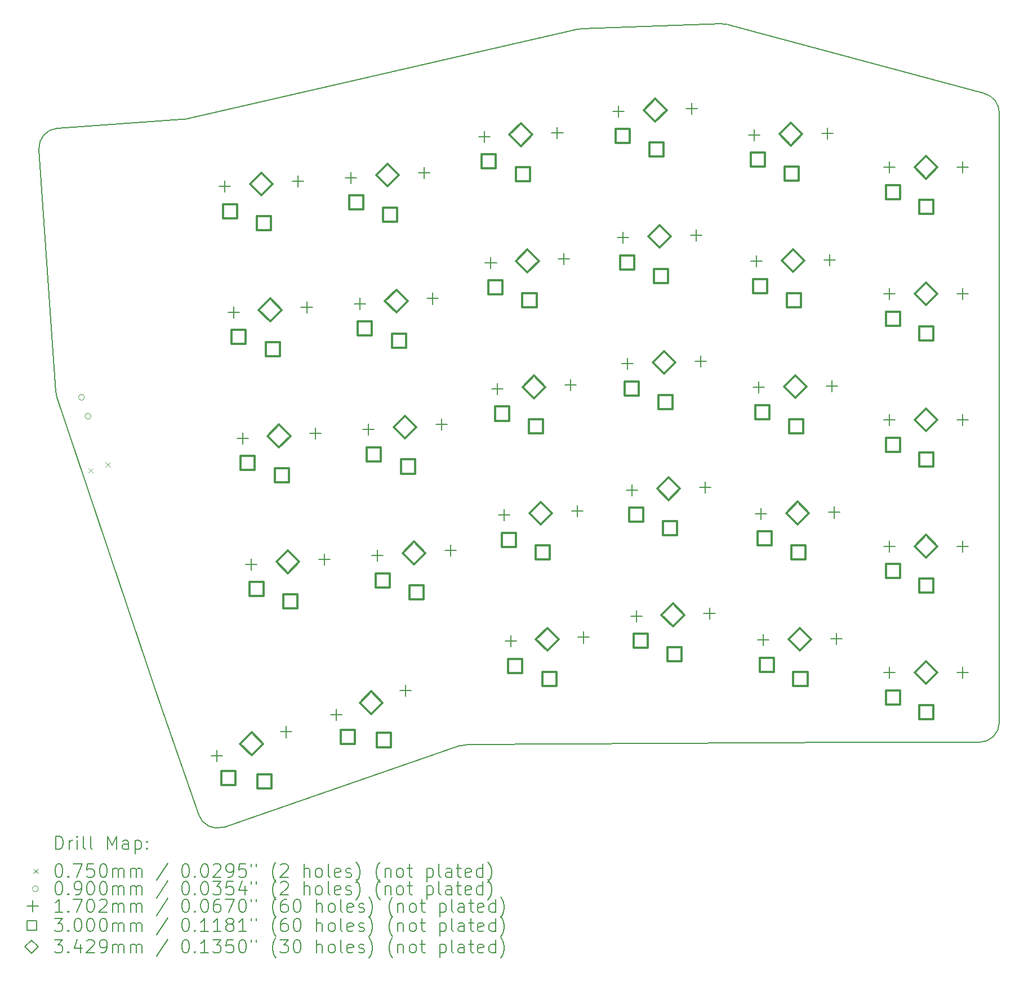
<source format=gbr>
%TF.GenerationSoftware,KiCad,Pcbnew,8.0.4*%
%TF.CreationDate,2024-08-23T23:48:50-04:00*%
%TF.ProjectId,right,72696768-742e-46b6-9963-61645f706362,v1.0.0*%
%TF.SameCoordinates,Original*%
%TF.FileFunction,Drillmap*%
%TF.FilePolarity,Positive*%
%FSLAX45Y45*%
G04 Gerber Fmt 4.5, Leading zero omitted, Abs format (unit mm)*
G04 Created by KiCad (PCBNEW 8.0.4) date 2024-08-23 23:48:50*
%MOMM*%
%LPD*%
G01*
G04 APERTURE LIST*
%ADD10C,0.150000*%
%ADD11C,0.200000*%
%ADD12C,0.100000*%
%ADD13C,0.170180*%
%ADD14C,0.300000*%
%ADD15C,0.342900*%
G04 APERTURE END LIST*
D10*
X36083627Y-20750000D02*
X36083627Y-11579834D01*
X35861715Y-11290176D02*
X32010571Y-10251960D01*
X31922013Y-10241801D02*
X29796985Y-10316009D01*
X29740510Y-10323391D02*
X23843992Y-11673234D01*
X23797974Y-11680068D02*
X21925877Y-11810977D01*
X21647535Y-12131174D02*
X21902946Y-15783732D01*
X21917943Y-15858663D02*
X23461502Y-20436178D01*
X23462120Y-20437990D02*
X24047830Y-22139018D01*
X24429156Y-22325003D02*
X27975600Y-21103864D01*
X28071334Y-21087526D02*
X33882659Y-21050006D01*
X33884596Y-21050000D02*
X35783627Y-21050000D01*
X35861715Y-11290175D02*
G75*
G02*
X36083627Y-11579834I-78088J-289659D01*
G01*
X31922013Y-10241801D02*
G75*
G02*
X32010571Y-10251960I10470J-299817D01*
G01*
X29740510Y-10323391D02*
G75*
G02*
X29796985Y-10316009I66945J-292435D01*
G01*
X23843992Y-11673234D02*
G75*
G02*
X23797974Y-11680068I-66945J292435D01*
G01*
X21647535Y-12131174D02*
G75*
G02*
X21925877Y-11810977I299269J20927D01*
G01*
X21917943Y-15858663D02*
G75*
G02*
X21902946Y-15783732I284273J95858D01*
G01*
X23462120Y-20437990D02*
G75*
G02*
X23461502Y-20436178I283656J97670D01*
G01*
X24429156Y-22325003D02*
G75*
G02*
X24047830Y-22139018I-97671J283656D01*
G01*
X27975600Y-21103864D02*
G75*
G02*
X28071334Y-21087526I97670J-283656D01*
G01*
X33882659Y-21050006D02*
G75*
G02*
X33884596Y-21050000I1937J-299994D01*
G01*
X36083627Y-20750000D02*
G75*
G02*
X35783627Y-21050000I-300000J0D01*
G01*
D11*
D12*
X22388315Y-16922430D02*
X22463315Y-16997430D01*
X22463315Y-16922430D02*
X22388315Y-16997430D01*
X22648332Y-16832899D02*
X22723332Y-16907899D01*
X22723332Y-16832899D02*
X22648332Y-16907899D01*
X22332679Y-15859976D02*
G75*
G02*
X22242679Y-15859976I-45000J0D01*
G01*
X22242679Y-15859976D02*
G75*
G02*
X22332679Y-15859976I45000J0D01*
G01*
X22430349Y-16143631D02*
G75*
G02*
X22340349Y-16143631I-45000J0D01*
G01*
X22340349Y-16143631D02*
G75*
G02*
X22430349Y-16143631I45000J0D01*
G01*
D13*
X24323689Y-21165726D02*
X24323689Y-21335906D01*
X24238599Y-21250816D02*
X24408779Y-21250816D01*
X24443153Y-12602426D02*
X24443153Y-12772606D01*
X24358063Y-12687516D02*
X24528243Y-12687516D01*
X24575690Y-14497798D02*
X24575690Y-14667978D01*
X24490600Y-14582888D02*
X24660780Y-14582888D01*
X24708228Y-16393170D02*
X24708228Y-16563350D01*
X24623138Y-16478260D02*
X24793318Y-16478260D01*
X24840765Y-18288542D02*
X24840765Y-18458722D01*
X24755675Y-18373632D02*
X24925855Y-18373632D01*
X25363760Y-20807601D02*
X25363760Y-20977781D01*
X25278670Y-20892691D02*
X25448850Y-20892691D01*
X25540473Y-12525694D02*
X25540473Y-12695874D01*
X25455383Y-12610784D02*
X25625563Y-12610784D01*
X25673011Y-14421066D02*
X25673011Y-14591246D01*
X25587921Y-14506156D02*
X25758101Y-14506156D01*
X25805548Y-16316438D02*
X25805548Y-16486618D01*
X25720458Y-16401528D02*
X25890638Y-16401528D01*
X25938085Y-18211809D02*
X25938085Y-18381989D01*
X25852995Y-18296899D02*
X26023175Y-18296899D01*
X26120175Y-20547147D02*
X26120175Y-20717327D01*
X26035085Y-20632237D02*
X26205265Y-20632237D01*
X26338525Y-12469889D02*
X26338525Y-12640069D01*
X26253435Y-12554979D02*
X26423615Y-12554979D01*
X26471062Y-14365261D02*
X26471062Y-14535441D01*
X26385972Y-14450351D02*
X26556152Y-14450351D01*
X26603599Y-16260633D02*
X26603599Y-16430813D01*
X26518509Y-16345723D02*
X26688689Y-16345723D01*
X26736137Y-18156004D02*
X26736137Y-18326184D01*
X26651047Y-18241094D02*
X26821227Y-18241094D01*
X27160245Y-20189022D02*
X27160245Y-20359202D01*
X27075155Y-20274112D02*
X27245335Y-20274112D01*
X27435845Y-12393157D02*
X27435845Y-12563337D01*
X27350755Y-12478247D02*
X27520935Y-12478247D01*
X27568382Y-14288529D02*
X27568382Y-14458709D01*
X27483292Y-14373619D02*
X27653472Y-14373619D01*
X27700920Y-16183900D02*
X27700920Y-16354080D01*
X27615830Y-16268990D02*
X27786010Y-16268990D01*
X27833457Y-18079272D02*
X27833457Y-18249452D01*
X27748367Y-18164362D02*
X27918547Y-18164362D01*
X28341563Y-11853457D02*
X28341563Y-12023637D01*
X28256473Y-11938547D02*
X28426653Y-11938547D01*
X28441001Y-13750853D02*
X28441001Y-13921033D01*
X28355911Y-13835943D02*
X28526091Y-13835943D01*
X28540439Y-15648249D02*
X28540439Y-15818429D01*
X28455349Y-15733339D02*
X28625529Y-15733339D01*
X28639878Y-17545646D02*
X28639878Y-17715826D01*
X28554788Y-17630736D02*
X28724968Y-17630736D01*
X28739316Y-19443042D02*
X28739316Y-19613222D01*
X28654226Y-19528132D02*
X28824406Y-19528132D01*
X29440055Y-11795887D02*
X29440055Y-11966067D01*
X29354965Y-11880977D02*
X29525145Y-11880977D01*
X29539494Y-13693284D02*
X29539494Y-13863464D01*
X29454404Y-13778374D02*
X29624584Y-13778374D01*
X29638932Y-15590680D02*
X29638932Y-15760860D01*
X29553842Y-15675770D02*
X29724022Y-15675770D01*
X29738370Y-17488076D02*
X29738370Y-17658256D01*
X29653280Y-17573166D02*
X29823460Y-17573166D01*
X29837809Y-19385472D02*
X29837809Y-19555652D01*
X29752719Y-19470562D02*
X29922899Y-19470562D01*
X30362034Y-11471955D02*
X30362034Y-11642135D01*
X30276944Y-11557045D02*
X30447124Y-11557045D01*
X30428343Y-13370797D02*
X30428343Y-13540977D01*
X30343253Y-13455887D02*
X30513433Y-13455887D01*
X30494652Y-15269640D02*
X30494652Y-15439820D01*
X30409562Y-15354730D02*
X30579742Y-15354730D01*
X30560961Y-17168483D02*
X30560961Y-17338663D01*
X30475871Y-17253573D02*
X30646051Y-17253573D01*
X30627270Y-19067325D02*
X30627270Y-19237505D01*
X30542180Y-19152415D02*
X30712360Y-19152415D01*
X31461364Y-11433565D02*
X31461364Y-11603745D01*
X31376274Y-11518655D02*
X31546454Y-11518655D01*
X31527673Y-13332408D02*
X31527673Y-13502588D01*
X31442583Y-13417498D02*
X31612763Y-13417498D01*
X31593982Y-15231251D02*
X31593982Y-15401431D01*
X31508892Y-15316341D02*
X31679072Y-15316341D01*
X31660291Y-17130093D02*
X31660291Y-17300273D01*
X31575201Y-17215183D02*
X31745381Y-17215183D01*
X31726600Y-19028936D02*
X31726600Y-19199116D01*
X31641510Y-19114026D02*
X31811690Y-19114026D01*
X32401072Y-11825666D02*
X32401072Y-11995846D01*
X32315982Y-11910756D02*
X32486162Y-11910756D01*
X32434232Y-13725377D02*
X32434232Y-13895557D01*
X32349142Y-13810467D02*
X32519322Y-13810467D01*
X32467391Y-15625088D02*
X32467391Y-15795268D01*
X32382301Y-15710178D02*
X32552481Y-15710178D01*
X32500551Y-17524798D02*
X32500551Y-17694978D01*
X32415461Y-17609888D02*
X32585641Y-17609888D01*
X32533710Y-19424509D02*
X32533710Y-19594689D01*
X32448620Y-19509599D02*
X32618800Y-19509599D01*
X33500905Y-11806469D02*
X33500905Y-11976649D01*
X33415815Y-11891559D02*
X33585995Y-11891559D01*
X33534064Y-13706179D02*
X33534064Y-13876359D01*
X33448974Y-13791269D02*
X33619154Y-13791269D01*
X33567224Y-15605890D02*
X33567224Y-15776070D01*
X33482134Y-15690980D02*
X33652314Y-15690980D01*
X33600383Y-17505601D02*
X33600383Y-17675781D01*
X33515293Y-17590691D02*
X33685473Y-17590691D01*
X33633543Y-19405311D02*
X33633543Y-19575491D01*
X33548453Y-19490401D02*
X33718633Y-19490401D01*
X34433627Y-12314910D02*
X34433627Y-12485090D01*
X34348537Y-12400000D02*
X34518717Y-12400000D01*
X34433627Y-14214910D02*
X34433627Y-14385090D01*
X34348537Y-14300000D02*
X34518717Y-14300000D01*
X34433627Y-16114910D02*
X34433627Y-16285090D01*
X34348537Y-16200000D02*
X34518717Y-16200000D01*
X34433627Y-18014910D02*
X34433627Y-18185090D01*
X34348537Y-18100000D02*
X34518717Y-18100000D01*
X34433627Y-19914910D02*
X34433627Y-20085090D01*
X34348537Y-20000000D02*
X34518717Y-20000000D01*
X35533627Y-12314910D02*
X35533627Y-12485090D01*
X35448537Y-12400000D02*
X35618717Y-12400000D01*
X35533627Y-14214910D02*
X35533627Y-14385090D01*
X35448537Y-14300000D02*
X35618717Y-14300000D01*
X35533627Y-16114910D02*
X35533627Y-16285090D01*
X35448537Y-16200000D02*
X35618717Y-16200000D01*
X35533627Y-18014910D02*
X35533627Y-18185090D01*
X35448537Y-18100000D02*
X35618717Y-18100000D01*
X35533627Y-19914910D02*
X35533627Y-20085090D01*
X35448537Y-20000000D02*
X35618717Y-20000000D01*
D14*
X24599120Y-21695174D02*
X24599120Y-21483040D01*
X24386986Y-21483040D01*
X24386986Y-21695174D01*
X24599120Y-21695174D01*
X24625257Y-13164182D02*
X24625257Y-12952048D01*
X24413123Y-12952048D01*
X24413123Y-13164182D01*
X24625257Y-13164182D01*
X24757794Y-15059554D02*
X24757794Y-14847420D01*
X24545660Y-14847420D01*
X24545660Y-15059554D01*
X24757794Y-15059554D01*
X24890332Y-16954926D02*
X24890332Y-16742792D01*
X24678198Y-16742792D01*
X24678198Y-16954926D01*
X24890332Y-16954926D01*
X25022869Y-18850297D02*
X25022869Y-18638163D01*
X24810735Y-18638163D01*
X24810735Y-18850297D01*
X25022869Y-18850297D01*
X25139385Y-13348768D02*
X25139385Y-13136634D01*
X24927251Y-13136634D01*
X24927251Y-13348768D01*
X25139385Y-13348768D01*
X25143505Y-21740404D02*
X25143505Y-21528270D01*
X24931371Y-21528270D01*
X24931371Y-21740404D01*
X25143505Y-21740404D01*
X25271923Y-15244140D02*
X25271923Y-15032006D01*
X25059789Y-15032006D01*
X25059789Y-15244140D01*
X25271923Y-15244140D01*
X25404460Y-17139511D02*
X25404460Y-16927377D01*
X25192326Y-16927377D01*
X25192326Y-17139511D01*
X25404460Y-17139511D01*
X25536997Y-19034883D02*
X25536997Y-18822749D01*
X25324863Y-18822749D01*
X25324863Y-19034883D01*
X25536997Y-19034883D01*
X26395606Y-21076595D02*
X26395606Y-20864461D01*
X26183472Y-20864461D01*
X26183472Y-21076595D01*
X26395606Y-21076595D01*
X26520629Y-13031645D02*
X26520629Y-12819511D01*
X26308495Y-12819511D01*
X26308495Y-13031645D01*
X26520629Y-13031645D01*
X26653166Y-14927017D02*
X26653166Y-14714883D01*
X26441032Y-14714883D01*
X26441032Y-14927017D01*
X26653166Y-14927017D01*
X26785703Y-16822388D02*
X26785703Y-16610254D01*
X26573569Y-16610254D01*
X26573569Y-16822388D01*
X26785703Y-16822388D01*
X26918241Y-18717760D02*
X26918241Y-18505626D01*
X26706107Y-18505626D01*
X26706107Y-18717760D01*
X26918241Y-18717760D01*
X26939990Y-21121825D02*
X26939990Y-20909691D01*
X26727856Y-20909691D01*
X26727856Y-21121825D01*
X26939990Y-21121825D01*
X27034757Y-13216231D02*
X27034757Y-13004097D01*
X26822623Y-13004097D01*
X26822623Y-13216231D01*
X27034757Y-13216231D01*
X27167294Y-15111602D02*
X27167294Y-14899468D01*
X26955160Y-14899468D01*
X26955160Y-15111602D01*
X27167294Y-15111602D01*
X27299832Y-17006974D02*
X27299832Y-16794840D01*
X27087698Y-16794840D01*
X27087698Y-17006974D01*
X27299832Y-17006974D01*
X27432369Y-18902346D02*
X27432369Y-18690212D01*
X27220235Y-18690212D01*
X27220235Y-18902346D01*
X27432369Y-18902346D01*
X28517187Y-12416483D02*
X28517187Y-12204349D01*
X28305053Y-12204349D01*
X28305053Y-12416483D01*
X28517187Y-12416483D01*
X28616626Y-14313879D02*
X28616626Y-14101745D01*
X28404492Y-14101745D01*
X28404492Y-14313879D01*
X28616626Y-14313879D01*
X28716064Y-16211276D02*
X28716064Y-15999142D01*
X28503930Y-15999142D01*
X28503930Y-16211276D01*
X28716064Y-16211276D01*
X28815502Y-18108672D02*
X28815502Y-17896538D01*
X28603368Y-17896538D01*
X28603368Y-18108672D01*
X28815502Y-18108672D01*
X28914941Y-20006068D02*
X28914941Y-19793934D01*
X28702807Y-19793934D01*
X28702807Y-20006068D01*
X28914941Y-20006068D01*
X29028016Y-12610014D02*
X29028016Y-12397880D01*
X28815882Y-12397880D01*
X28815882Y-12610014D01*
X29028016Y-12610014D01*
X29127454Y-14507410D02*
X29127454Y-14295276D01*
X28915320Y-14295276D01*
X28915320Y-14507410D01*
X29127454Y-14507410D01*
X29226893Y-16404806D02*
X29226893Y-16192672D01*
X29014759Y-16192672D01*
X29014759Y-16404806D01*
X29226893Y-16404806D01*
X29326331Y-18302202D02*
X29326331Y-18090068D01*
X29114197Y-18090068D01*
X29114197Y-18302202D01*
X29326331Y-18302202D01*
X29425769Y-20199598D02*
X29425769Y-19987464D01*
X29213635Y-19987464D01*
X29213635Y-20199598D01*
X29425769Y-20199598D01*
X30531158Y-12036138D02*
X30531158Y-11824004D01*
X30319024Y-11824004D01*
X30319024Y-12036138D01*
X30531158Y-12036138D01*
X30597467Y-13934981D02*
X30597467Y-13722847D01*
X30385333Y-13722847D01*
X30385333Y-13934981D01*
X30597467Y-13934981D01*
X30663776Y-15833824D02*
X30663776Y-15621690D01*
X30451642Y-15621690D01*
X30451642Y-15833824D01*
X30663776Y-15833824D01*
X30730085Y-17732666D02*
X30730085Y-17520532D01*
X30517951Y-17520532D01*
X30517951Y-17732666D01*
X30730085Y-17732666D01*
X30796394Y-19631509D02*
X30796394Y-19419375D01*
X30584260Y-19419375D01*
X30584260Y-19631509D01*
X30796394Y-19631509D01*
X31038531Y-12238555D02*
X31038531Y-12026421D01*
X30826397Y-12026421D01*
X30826397Y-12238555D01*
X31038531Y-12238555D01*
X31104840Y-14137397D02*
X31104840Y-13925263D01*
X30892706Y-13925263D01*
X30892706Y-14137397D01*
X31104840Y-14137397D01*
X31171149Y-16036240D02*
X31171149Y-15824106D01*
X30959015Y-15824106D01*
X30959015Y-16036240D01*
X31171149Y-16036240D01*
X31237458Y-17935082D02*
X31237458Y-17722948D01*
X31025324Y-17722948D01*
X31025324Y-17935082D01*
X31237458Y-17935082D01*
X31303767Y-19833925D02*
X31303767Y-19621791D01*
X31091633Y-19621791D01*
X31091633Y-19833925D01*
X31303767Y-19833925D01*
X32563676Y-12390894D02*
X32563676Y-12178760D01*
X32351542Y-12178760D01*
X32351542Y-12390894D01*
X32563676Y-12390894D01*
X32596836Y-14290604D02*
X32596836Y-14078470D01*
X32384702Y-14078470D01*
X32384702Y-14290604D01*
X32596836Y-14290604D01*
X32629995Y-16190315D02*
X32629995Y-15978181D01*
X32417861Y-15978181D01*
X32417861Y-16190315D01*
X32629995Y-16190315D01*
X32663155Y-18090026D02*
X32663155Y-17877892D01*
X32451021Y-17877892D01*
X32451021Y-18090026D01*
X32663155Y-18090026D01*
X32696314Y-19989736D02*
X32696314Y-19777602D01*
X32484180Y-19777602D01*
X32484180Y-19989736D01*
X32696314Y-19989736D01*
X33067440Y-12602134D02*
X33067440Y-12390000D01*
X32855306Y-12390000D01*
X32855306Y-12602134D01*
X33067440Y-12602134D01*
X33100599Y-14501844D02*
X33100599Y-14289710D01*
X32888465Y-14289710D01*
X32888465Y-14501844D01*
X33100599Y-14501844D01*
X33133759Y-16401555D02*
X33133759Y-16189421D01*
X32921625Y-16189421D01*
X32921625Y-16401555D01*
X33133759Y-16401555D01*
X33166918Y-18301266D02*
X33166918Y-18089132D01*
X32954784Y-18089132D01*
X32954784Y-18301266D01*
X33166918Y-18301266D01*
X33200078Y-20200976D02*
X33200078Y-19988842D01*
X32987944Y-19988842D01*
X32987944Y-20200976D01*
X33200078Y-20200976D01*
X34589694Y-12881067D02*
X34589694Y-12668933D01*
X34377560Y-12668933D01*
X34377560Y-12881067D01*
X34589694Y-12881067D01*
X34589694Y-14781067D02*
X34589694Y-14568933D01*
X34377560Y-14568933D01*
X34377560Y-14781067D01*
X34589694Y-14781067D01*
X34589694Y-16681067D02*
X34589694Y-16468933D01*
X34377560Y-16468933D01*
X34377560Y-16681067D01*
X34589694Y-16681067D01*
X34589694Y-18581067D02*
X34589694Y-18368933D01*
X34377560Y-18368933D01*
X34377560Y-18581067D01*
X34589694Y-18581067D01*
X34589694Y-20481067D02*
X34589694Y-20268933D01*
X34377560Y-20268933D01*
X34377560Y-20481067D01*
X34589694Y-20481067D01*
X35089694Y-13101067D02*
X35089694Y-12888933D01*
X34877560Y-12888933D01*
X34877560Y-13101067D01*
X35089694Y-13101067D01*
X35089694Y-15001067D02*
X35089694Y-14788933D01*
X34877560Y-14788933D01*
X34877560Y-15001067D01*
X35089694Y-15001067D01*
X35089694Y-16901067D02*
X35089694Y-16688933D01*
X34877560Y-16688933D01*
X34877560Y-16901067D01*
X35089694Y-16901067D01*
X35089694Y-18801067D02*
X35089694Y-18588933D01*
X34877560Y-18588933D01*
X34877560Y-18801067D01*
X35089694Y-18801067D01*
X35089694Y-20701067D02*
X35089694Y-20488933D01*
X34877560Y-20488933D01*
X34877560Y-20701067D01*
X35089694Y-20701067D01*
D15*
X24843725Y-21243204D02*
X25015175Y-21071754D01*
X24843725Y-20900304D01*
X24672275Y-21071754D01*
X24843725Y-21243204D01*
X24991813Y-12820600D02*
X25163263Y-12649150D01*
X24991813Y-12477700D01*
X24820363Y-12649150D01*
X24991813Y-12820600D01*
X25124351Y-14715972D02*
X25295801Y-14544522D01*
X25124351Y-14373072D01*
X24952901Y-14544522D01*
X25124351Y-14715972D01*
X25256888Y-16611344D02*
X25428338Y-16439894D01*
X25256888Y-16268444D01*
X25085438Y-16439894D01*
X25256888Y-16611344D01*
X25389425Y-18506716D02*
X25560875Y-18335266D01*
X25389425Y-18163816D01*
X25217975Y-18335266D01*
X25389425Y-18506716D01*
X26640210Y-20624624D02*
X26811660Y-20453174D01*
X26640210Y-20281724D01*
X26468760Y-20453174D01*
X26640210Y-20624624D01*
X26887185Y-12688063D02*
X27058635Y-12516613D01*
X26887185Y-12345163D01*
X26715735Y-12516613D01*
X26887185Y-12688063D01*
X27019722Y-14583435D02*
X27191172Y-14411985D01*
X27019722Y-14240535D01*
X26848272Y-14411985D01*
X27019722Y-14583435D01*
X27152260Y-16478806D02*
X27323710Y-16307356D01*
X27152260Y-16135906D01*
X26980810Y-16307356D01*
X27152260Y-16478806D01*
X27284797Y-18374178D02*
X27456247Y-18202728D01*
X27284797Y-18031278D01*
X27113347Y-18202728D01*
X27284797Y-18374178D01*
X28890809Y-12081212D02*
X29062259Y-11909762D01*
X28890809Y-11738312D01*
X28719359Y-11909762D01*
X28890809Y-12081212D01*
X28990247Y-13978608D02*
X29161697Y-13807158D01*
X28990247Y-13635708D01*
X28818797Y-13807158D01*
X28990247Y-13978608D01*
X29089686Y-15876004D02*
X29261136Y-15704554D01*
X29089686Y-15533104D01*
X28918236Y-15704554D01*
X29089686Y-15876004D01*
X29189124Y-17773401D02*
X29360574Y-17601951D01*
X29189124Y-17430501D01*
X29017674Y-17601951D01*
X29189124Y-17773401D01*
X29288562Y-19670797D02*
X29460012Y-19499347D01*
X29288562Y-19327897D01*
X29117112Y-19499347D01*
X29288562Y-19670797D01*
X30911699Y-11709300D02*
X31083149Y-11537850D01*
X30911699Y-11366400D01*
X30740249Y-11537850D01*
X30911699Y-11709300D01*
X30978008Y-13608143D02*
X31149458Y-13436693D01*
X30978008Y-13265243D01*
X30806558Y-13436693D01*
X30978008Y-13608143D01*
X31044317Y-15506985D02*
X31215767Y-15335535D01*
X31044317Y-15164085D01*
X30872867Y-15335535D01*
X31044317Y-15506985D01*
X31110626Y-17405828D02*
X31282076Y-17234378D01*
X31110626Y-17062928D01*
X30939176Y-17234378D01*
X31110626Y-17405828D01*
X31176935Y-19304671D02*
X31348385Y-19133221D01*
X31176935Y-18961771D01*
X31005485Y-19133221D01*
X31176935Y-19304671D01*
X32950988Y-12072607D02*
X33122438Y-11901157D01*
X32950988Y-11729707D01*
X32779538Y-11901157D01*
X32950988Y-12072607D01*
X32984148Y-13972318D02*
X33155598Y-13800868D01*
X32984148Y-13629418D01*
X32812698Y-13800868D01*
X32984148Y-13972318D01*
X33017307Y-15872029D02*
X33188757Y-15700579D01*
X33017307Y-15529129D01*
X32845857Y-15700579D01*
X33017307Y-15872029D01*
X33050467Y-17771739D02*
X33221917Y-17600289D01*
X33050467Y-17428839D01*
X32879017Y-17600289D01*
X33050467Y-17771739D01*
X33083627Y-19671450D02*
X33255077Y-19500000D01*
X33083627Y-19328550D01*
X32912177Y-19500000D01*
X33083627Y-19671450D01*
X34983627Y-12571450D02*
X35155077Y-12400000D01*
X34983627Y-12228550D01*
X34812177Y-12400000D01*
X34983627Y-12571450D01*
X34983627Y-14471450D02*
X35155077Y-14300000D01*
X34983627Y-14128550D01*
X34812177Y-14300000D01*
X34983627Y-14471450D01*
X34983627Y-16371450D02*
X35155077Y-16200000D01*
X34983627Y-16028550D01*
X34812177Y-16200000D01*
X34983627Y-16371450D01*
X34983627Y-18271450D02*
X35155077Y-18100000D01*
X34983627Y-17928550D01*
X34812177Y-18100000D01*
X34983627Y-18271450D01*
X34983627Y-20171450D02*
X35155077Y-20000000D01*
X34983627Y-19828550D01*
X34812177Y-20000000D01*
X34983627Y-20171450D01*
D11*
X21900081Y-22660331D02*
X21900081Y-22460331D01*
X21900081Y-22460331D02*
X21947700Y-22460331D01*
X21947700Y-22460331D02*
X21976271Y-22469855D01*
X21976271Y-22469855D02*
X21995319Y-22488902D01*
X21995319Y-22488902D02*
X22004842Y-22507950D01*
X22004842Y-22507950D02*
X22014366Y-22546045D01*
X22014366Y-22546045D02*
X22014366Y-22574617D01*
X22014366Y-22574617D02*
X22004842Y-22612712D01*
X22004842Y-22612712D02*
X21995319Y-22631759D01*
X21995319Y-22631759D02*
X21976271Y-22650807D01*
X21976271Y-22650807D02*
X21947700Y-22660331D01*
X21947700Y-22660331D02*
X21900081Y-22660331D01*
X22100081Y-22660331D02*
X22100081Y-22526998D01*
X22100081Y-22565093D02*
X22109604Y-22546045D01*
X22109604Y-22546045D02*
X22119128Y-22536521D01*
X22119128Y-22536521D02*
X22138176Y-22526998D01*
X22138176Y-22526998D02*
X22157223Y-22526998D01*
X22223890Y-22660331D02*
X22223890Y-22526998D01*
X22223890Y-22460331D02*
X22214366Y-22469855D01*
X22214366Y-22469855D02*
X22223890Y-22479379D01*
X22223890Y-22479379D02*
X22233414Y-22469855D01*
X22233414Y-22469855D02*
X22223890Y-22460331D01*
X22223890Y-22460331D02*
X22223890Y-22479379D01*
X22347700Y-22660331D02*
X22328652Y-22650807D01*
X22328652Y-22650807D02*
X22319128Y-22631759D01*
X22319128Y-22631759D02*
X22319128Y-22460331D01*
X22452461Y-22660331D02*
X22433414Y-22650807D01*
X22433414Y-22650807D02*
X22423890Y-22631759D01*
X22423890Y-22631759D02*
X22423890Y-22460331D01*
X22681033Y-22660331D02*
X22681033Y-22460331D01*
X22681033Y-22460331D02*
X22747700Y-22603188D01*
X22747700Y-22603188D02*
X22814366Y-22460331D01*
X22814366Y-22460331D02*
X22814366Y-22660331D01*
X22995319Y-22660331D02*
X22995319Y-22555569D01*
X22995319Y-22555569D02*
X22985795Y-22536521D01*
X22985795Y-22536521D02*
X22966747Y-22526998D01*
X22966747Y-22526998D02*
X22928652Y-22526998D01*
X22928652Y-22526998D02*
X22909604Y-22536521D01*
X22995319Y-22650807D02*
X22976271Y-22660331D01*
X22976271Y-22660331D02*
X22928652Y-22660331D01*
X22928652Y-22660331D02*
X22909604Y-22650807D01*
X22909604Y-22650807D02*
X22900080Y-22631759D01*
X22900080Y-22631759D02*
X22900080Y-22612712D01*
X22900080Y-22612712D02*
X22909604Y-22593664D01*
X22909604Y-22593664D02*
X22928652Y-22584140D01*
X22928652Y-22584140D02*
X22976271Y-22584140D01*
X22976271Y-22584140D02*
X22995319Y-22574617D01*
X23090557Y-22526998D02*
X23090557Y-22726998D01*
X23090557Y-22536521D02*
X23109604Y-22526998D01*
X23109604Y-22526998D02*
X23147700Y-22526998D01*
X23147700Y-22526998D02*
X23166747Y-22536521D01*
X23166747Y-22536521D02*
X23176271Y-22546045D01*
X23176271Y-22546045D02*
X23185795Y-22565093D01*
X23185795Y-22565093D02*
X23185795Y-22622236D01*
X23185795Y-22622236D02*
X23176271Y-22641283D01*
X23176271Y-22641283D02*
X23166747Y-22650807D01*
X23166747Y-22650807D02*
X23147700Y-22660331D01*
X23147700Y-22660331D02*
X23109604Y-22660331D01*
X23109604Y-22660331D02*
X23090557Y-22650807D01*
X23271509Y-22641283D02*
X23281033Y-22650807D01*
X23281033Y-22650807D02*
X23271509Y-22660331D01*
X23271509Y-22660331D02*
X23261985Y-22650807D01*
X23261985Y-22650807D02*
X23271509Y-22641283D01*
X23271509Y-22641283D02*
X23271509Y-22660331D01*
X23271509Y-22536521D02*
X23281033Y-22546045D01*
X23281033Y-22546045D02*
X23271509Y-22555569D01*
X23271509Y-22555569D02*
X23261985Y-22546045D01*
X23261985Y-22546045D02*
X23271509Y-22536521D01*
X23271509Y-22536521D02*
X23271509Y-22555569D01*
D12*
X21564304Y-22951347D02*
X21639304Y-23026347D01*
X21639304Y-22951347D02*
X21564304Y-23026347D01*
D11*
X21938176Y-22880331D02*
X21957223Y-22880331D01*
X21957223Y-22880331D02*
X21976271Y-22889855D01*
X21976271Y-22889855D02*
X21985795Y-22899379D01*
X21985795Y-22899379D02*
X21995319Y-22918426D01*
X21995319Y-22918426D02*
X22004842Y-22956521D01*
X22004842Y-22956521D02*
X22004842Y-23004140D01*
X22004842Y-23004140D02*
X21995319Y-23042236D01*
X21995319Y-23042236D02*
X21985795Y-23061283D01*
X21985795Y-23061283D02*
X21976271Y-23070807D01*
X21976271Y-23070807D02*
X21957223Y-23080331D01*
X21957223Y-23080331D02*
X21938176Y-23080331D01*
X21938176Y-23080331D02*
X21919128Y-23070807D01*
X21919128Y-23070807D02*
X21909604Y-23061283D01*
X21909604Y-23061283D02*
X21900081Y-23042236D01*
X21900081Y-23042236D02*
X21890557Y-23004140D01*
X21890557Y-23004140D02*
X21890557Y-22956521D01*
X21890557Y-22956521D02*
X21900081Y-22918426D01*
X21900081Y-22918426D02*
X21909604Y-22899379D01*
X21909604Y-22899379D02*
X21919128Y-22889855D01*
X21919128Y-22889855D02*
X21938176Y-22880331D01*
X22090557Y-23061283D02*
X22100081Y-23070807D01*
X22100081Y-23070807D02*
X22090557Y-23080331D01*
X22090557Y-23080331D02*
X22081033Y-23070807D01*
X22081033Y-23070807D02*
X22090557Y-23061283D01*
X22090557Y-23061283D02*
X22090557Y-23080331D01*
X22166747Y-22880331D02*
X22300081Y-22880331D01*
X22300081Y-22880331D02*
X22214366Y-23080331D01*
X22471509Y-22880331D02*
X22376271Y-22880331D01*
X22376271Y-22880331D02*
X22366747Y-22975569D01*
X22366747Y-22975569D02*
X22376271Y-22966045D01*
X22376271Y-22966045D02*
X22395319Y-22956521D01*
X22395319Y-22956521D02*
X22442938Y-22956521D01*
X22442938Y-22956521D02*
X22461985Y-22966045D01*
X22461985Y-22966045D02*
X22471509Y-22975569D01*
X22471509Y-22975569D02*
X22481033Y-22994617D01*
X22481033Y-22994617D02*
X22481033Y-23042236D01*
X22481033Y-23042236D02*
X22471509Y-23061283D01*
X22471509Y-23061283D02*
X22461985Y-23070807D01*
X22461985Y-23070807D02*
X22442938Y-23080331D01*
X22442938Y-23080331D02*
X22395319Y-23080331D01*
X22395319Y-23080331D02*
X22376271Y-23070807D01*
X22376271Y-23070807D02*
X22366747Y-23061283D01*
X22604842Y-22880331D02*
X22623890Y-22880331D01*
X22623890Y-22880331D02*
X22642938Y-22889855D01*
X22642938Y-22889855D02*
X22652461Y-22899379D01*
X22652461Y-22899379D02*
X22661985Y-22918426D01*
X22661985Y-22918426D02*
X22671509Y-22956521D01*
X22671509Y-22956521D02*
X22671509Y-23004140D01*
X22671509Y-23004140D02*
X22661985Y-23042236D01*
X22661985Y-23042236D02*
X22652461Y-23061283D01*
X22652461Y-23061283D02*
X22642938Y-23070807D01*
X22642938Y-23070807D02*
X22623890Y-23080331D01*
X22623890Y-23080331D02*
X22604842Y-23080331D01*
X22604842Y-23080331D02*
X22585795Y-23070807D01*
X22585795Y-23070807D02*
X22576271Y-23061283D01*
X22576271Y-23061283D02*
X22566747Y-23042236D01*
X22566747Y-23042236D02*
X22557223Y-23004140D01*
X22557223Y-23004140D02*
X22557223Y-22956521D01*
X22557223Y-22956521D02*
X22566747Y-22918426D01*
X22566747Y-22918426D02*
X22576271Y-22899379D01*
X22576271Y-22899379D02*
X22585795Y-22889855D01*
X22585795Y-22889855D02*
X22604842Y-22880331D01*
X22757223Y-23080331D02*
X22757223Y-22946998D01*
X22757223Y-22966045D02*
X22766747Y-22956521D01*
X22766747Y-22956521D02*
X22785795Y-22946998D01*
X22785795Y-22946998D02*
X22814366Y-22946998D01*
X22814366Y-22946998D02*
X22833414Y-22956521D01*
X22833414Y-22956521D02*
X22842938Y-22975569D01*
X22842938Y-22975569D02*
X22842938Y-23080331D01*
X22842938Y-22975569D02*
X22852461Y-22956521D01*
X22852461Y-22956521D02*
X22871509Y-22946998D01*
X22871509Y-22946998D02*
X22900080Y-22946998D01*
X22900080Y-22946998D02*
X22919128Y-22956521D01*
X22919128Y-22956521D02*
X22928652Y-22975569D01*
X22928652Y-22975569D02*
X22928652Y-23080331D01*
X23023890Y-23080331D02*
X23023890Y-22946998D01*
X23023890Y-22966045D02*
X23033414Y-22956521D01*
X23033414Y-22956521D02*
X23052461Y-22946998D01*
X23052461Y-22946998D02*
X23081033Y-22946998D01*
X23081033Y-22946998D02*
X23100081Y-22956521D01*
X23100081Y-22956521D02*
X23109604Y-22975569D01*
X23109604Y-22975569D02*
X23109604Y-23080331D01*
X23109604Y-22975569D02*
X23119128Y-22956521D01*
X23119128Y-22956521D02*
X23138176Y-22946998D01*
X23138176Y-22946998D02*
X23166747Y-22946998D01*
X23166747Y-22946998D02*
X23185795Y-22956521D01*
X23185795Y-22956521D02*
X23195319Y-22975569D01*
X23195319Y-22975569D02*
X23195319Y-23080331D01*
X23585795Y-22870807D02*
X23414366Y-23127950D01*
X23842938Y-22880331D02*
X23861985Y-22880331D01*
X23861985Y-22880331D02*
X23881033Y-22889855D01*
X23881033Y-22889855D02*
X23890557Y-22899379D01*
X23890557Y-22899379D02*
X23900081Y-22918426D01*
X23900081Y-22918426D02*
X23909604Y-22956521D01*
X23909604Y-22956521D02*
X23909604Y-23004140D01*
X23909604Y-23004140D02*
X23900081Y-23042236D01*
X23900081Y-23042236D02*
X23890557Y-23061283D01*
X23890557Y-23061283D02*
X23881033Y-23070807D01*
X23881033Y-23070807D02*
X23861985Y-23080331D01*
X23861985Y-23080331D02*
X23842938Y-23080331D01*
X23842938Y-23080331D02*
X23823890Y-23070807D01*
X23823890Y-23070807D02*
X23814366Y-23061283D01*
X23814366Y-23061283D02*
X23804843Y-23042236D01*
X23804843Y-23042236D02*
X23795319Y-23004140D01*
X23795319Y-23004140D02*
X23795319Y-22956521D01*
X23795319Y-22956521D02*
X23804843Y-22918426D01*
X23804843Y-22918426D02*
X23814366Y-22899379D01*
X23814366Y-22899379D02*
X23823890Y-22889855D01*
X23823890Y-22889855D02*
X23842938Y-22880331D01*
X23995319Y-23061283D02*
X24004843Y-23070807D01*
X24004843Y-23070807D02*
X23995319Y-23080331D01*
X23995319Y-23080331D02*
X23985795Y-23070807D01*
X23985795Y-23070807D02*
X23995319Y-23061283D01*
X23995319Y-23061283D02*
X23995319Y-23080331D01*
X24128652Y-22880331D02*
X24147700Y-22880331D01*
X24147700Y-22880331D02*
X24166747Y-22889855D01*
X24166747Y-22889855D02*
X24176271Y-22899379D01*
X24176271Y-22899379D02*
X24185795Y-22918426D01*
X24185795Y-22918426D02*
X24195319Y-22956521D01*
X24195319Y-22956521D02*
X24195319Y-23004140D01*
X24195319Y-23004140D02*
X24185795Y-23042236D01*
X24185795Y-23042236D02*
X24176271Y-23061283D01*
X24176271Y-23061283D02*
X24166747Y-23070807D01*
X24166747Y-23070807D02*
X24147700Y-23080331D01*
X24147700Y-23080331D02*
X24128652Y-23080331D01*
X24128652Y-23080331D02*
X24109604Y-23070807D01*
X24109604Y-23070807D02*
X24100081Y-23061283D01*
X24100081Y-23061283D02*
X24090557Y-23042236D01*
X24090557Y-23042236D02*
X24081033Y-23004140D01*
X24081033Y-23004140D02*
X24081033Y-22956521D01*
X24081033Y-22956521D02*
X24090557Y-22918426D01*
X24090557Y-22918426D02*
X24100081Y-22899379D01*
X24100081Y-22899379D02*
X24109604Y-22889855D01*
X24109604Y-22889855D02*
X24128652Y-22880331D01*
X24271509Y-22899379D02*
X24281033Y-22889855D01*
X24281033Y-22889855D02*
X24300081Y-22880331D01*
X24300081Y-22880331D02*
X24347700Y-22880331D01*
X24347700Y-22880331D02*
X24366747Y-22889855D01*
X24366747Y-22889855D02*
X24376271Y-22899379D01*
X24376271Y-22899379D02*
X24385795Y-22918426D01*
X24385795Y-22918426D02*
X24385795Y-22937474D01*
X24385795Y-22937474D02*
X24376271Y-22966045D01*
X24376271Y-22966045D02*
X24261985Y-23080331D01*
X24261985Y-23080331D02*
X24385795Y-23080331D01*
X24481033Y-23080331D02*
X24519128Y-23080331D01*
X24519128Y-23080331D02*
X24538176Y-23070807D01*
X24538176Y-23070807D02*
X24547700Y-23061283D01*
X24547700Y-23061283D02*
X24566747Y-23032712D01*
X24566747Y-23032712D02*
X24576271Y-22994617D01*
X24576271Y-22994617D02*
X24576271Y-22918426D01*
X24576271Y-22918426D02*
X24566747Y-22899379D01*
X24566747Y-22899379D02*
X24557224Y-22889855D01*
X24557224Y-22889855D02*
X24538176Y-22880331D01*
X24538176Y-22880331D02*
X24500081Y-22880331D01*
X24500081Y-22880331D02*
X24481033Y-22889855D01*
X24481033Y-22889855D02*
X24471509Y-22899379D01*
X24471509Y-22899379D02*
X24461985Y-22918426D01*
X24461985Y-22918426D02*
X24461985Y-22966045D01*
X24461985Y-22966045D02*
X24471509Y-22985093D01*
X24471509Y-22985093D02*
X24481033Y-22994617D01*
X24481033Y-22994617D02*
X24500081Y-23004140D01*
X24500081Y-23004140D02*
X24538176Y-23004140D01*
X24538176Y-23004140D02*
X24557224Y-22994617D01*
X24557224Y-22994617D02*
X24566747Y-22985093D01*
X24566747Y-22985093D02*
X24576271Y-22966045D01*
X24757224Y-22880331D02*
X24661985Y-22880331D01*
X24661985Y-22880331D02*
X24652462Y-22975569D01*
X24652462Y-22975569D02*
X24661985Y-22966045D01*
X24661985Y-22966045D02*
X24681033Y-22956521D01*
X24681033Y-22956521D02*
X24728652Y-22956521D01*
X24728652Y-22956521D02*
X24747700Y-22966045D01*
X24747700Y-22966045D02*
X24757224Y-22975569D01*
X24757224Y-22975569D02*
X24766747Y-22994617D01*
X24766747Y-22994617D02*
X24766747Y-23042236D01*
X24766747Y-23042236D02*
X24757224Y-23061283D01*
X24757224Y-23061283D02*
X24747700Y-23070807D01*
X24747700Y-23070807D02*
X24728652Y-23080331D01*
X24728652Y-23080331D02*
X24681033Y-23080331D01*
X24681033Y-23080331D02*
X24661985Y-23070807D01*
X24661985Y-23070807D02*
X24652462Y-23061283D01*
X24842938Y-22880331D02*
X24842938Y-22918426D01*
X24919128Y-22880331D02*
X24919128Y-22918426D01*
X25214367Y-23156521D02*
X25204843Y-23146998D01*
X25204843Y-23146998D02*
X25185795Y-23118426D01*
X25185795Y-23118426D02*
X25176271Y-23099379D01*
X25176271Y-23099379D02*
X25166747Y-23070807D01*
X25166747Y-23070807D02*
X25157224Y-23023188D01*
X25157224Y-23023188D02*
X25157224Y-22985093D01*
X25157224Y-22985093D02*
X25166747Y-22937474D01*
X25166747Y-22937474D02*
X25176271Y-22908902D01*
X25176271Y-22908902D02*
X25185795Y-22889855D01*
X25185795Y-22889855D02*
X25204843Y-22861283D01*
X25204843Y-22861283D02*
X25214367Y-22851759D01*
X25281033Y-22899379D02*
X25290557Y-22889855D01*
X25290557Y-22889855D02*
X25309605Y-22880331D01*
X25309605Y-22880331D02*
X25357224Y-22880331D01*
X25357224Y-22880331D02*
X25376271Y-22889855D01*
X25376271Y-22889855D02*
X25385795Y-22899379D01*
X25385795Y-22899379D02*
X25395319Y-22918426D01*
X25395319Y-22918426D02*
X25395319Y-22937474D01*
X25395319Y-22937474D02*
X25385795Y-22966045D01*
X25385795Y-22966045D02*
X25271509Y-23080331D01*
X25271509Y-23080331D02*
X25395319Y-23080331D01*
X25633414Y-23080331D02*
X25633414Y-22880331D01*
X25719128Y-23080331D02*
X25719128Y-22975569D01*
X25719128Y-22975569D02*
X25709605Y-22956521D01*
X25709605Y-22956521D02*
X25690557Y-22946998D01*
X25690557Y-22946998D02*
X25661986Y-22946998D01*
X25661986Y-22946998D02*
X25642938Y-22956521D01*
X25642938Y-22956521D02*
X25633414Y-22966045D01*
X25842938Y-23080331D02*
X25823890Y-23070807D01*
X25823890Y-23070807D02*
X25814367Y-23061283D01*
X25814367Y-23061283D02*
X25804843Y-23042236D01*
X25804843Y-23042236D02*
X25804843Y-22985093D01*
X25804843Y-22985093D02*
X25814367Y-22966045D01*
X25814367Y-22966045D02*
X25823890Y-22956521D01*
X25823890Y-22956521D02*
X25842938Y-22946998D01*
X25842938Y-22946998D02*
X25871509Y-22946998D01*
X25871509Y-22946998D02*
X25890557Y-22956521D01*
X25890557Y-22956521D02*
X25900081Y-22966045D01*
X25900081Y-22966045D02*
X25909605Y-22985093D01*
X25909605Y-22985093D02*
X25909605Y-23042236D01*
X25909605Y-23042236D02*
X25900081Y-23061283D01*
X25900081Y-23061283D02*
X25890557Y-23070807D01*
X25890557Y-23070807D02*
X25871509Y-23080331D01*
X25871509Y-23080331D02*
X25842938Y-23080331D01*
X26023890Y-23080331D02*
X26004843Y-23070807D01*
X26004843Y-23070807D02*
X25995319Y-23051759D01*
X25995319Y-23051759D02*
X25995319Y-22880331D01*
X26176271Y-23070807D02*
X26157224Y-23080331D01*
X26157224Y-23080331D02*
X26119128Y-23080331D01*
X26119128Y-23080331D02*
X26100081Y-23070807D01*
X26100081Y-23070807D02*
X26090557Y-23051759D01*
X26090557Y-23051759D02*
X26090557Y-22975569D01*
X26090557Y-22975569D02*
X26100081Y-22956521D01*
X26100081Y-22956521D02*
X26119128Y-22946998D01*
X26119128Y-22946998D02*
X26157224Y-22946998D01*
X26157224Y-22946998D02*
X26176271Y-22956521D01*
X26176271Y-22956521D02*
X26185795Y-22975569D01*
X26185795Y-22975569D02*
X26185795Y-22994617D01*
X26185795Y-22994617D02*
X26090557Y-23013664D01*
X26261986Y-23070807D02*
X26281033Y-23080331D01*
X26281033Y-23080331D02*
X26319128Y-23080331D01*
X26319128Y-23080331D02*
X26338176Y-23070807D01*
X26338176Y-23070807D02*
X26347700Y-23051759D01*
X26347700Y-23051759D02*
X26347700Y-23042236D01*
X26347700Y-23042236D02*
X26338176Y-23023188D01*
X26338176Y-23023188D02*
X26319128Y-23013664D01*
X26319128Y-23013664D02*
X26290557Y-23013664D01*
X26290557Y-23013664D02*
X26271509Y-23004140D01*
X26271509Y-23004140D02*
X26261986Y-22985093D01*
X26261986Y-22985093D02*
X26261986Y-22975569D01*
X26261986Y-22975569D02*
X26271509Y-22956521D01*
X26271509Y-22956521D02*
X26290557Y-22946998D01*
X26290557Y-22946998D02*
X26319128Y-22946998D01*
X26319128Y-22946998D02*
X26338176Y-22956521D01*
X26414367Y-23156521D02*
X26423890Y-23146998D01*
X26423890Y-23146998D02*
X26442938Y-23118426D01*
X26442938Y-23118426D02*
X26452462Y-23099379D01*
X26452462Y-23099379D02*
X26461986Y-23070807D01*
X26461986Y-23070807D02*
X26471509Y-23023188D01*
X26471509Y-23023188D02*
X26471509Y-22985093D01*
X26471509Y-22985093D02*
X26461986Y-22937474D01*
X26461986Y-22937474D02*
X26452462Y-22908902D01*
X26452462Y-22908902D02*
X26442938Y-22889855D01*
X26442938Y-22889855D02*
X26423890Y-22861283D01*
X26423890Y-22861283D02*
X26414367Y-22851759D01*
X26776271Y-23156521D02*
X26766748Y-23146998D01*
X26766748Y-23146998D02*
X26747700Y-23118426D01*
X26747700Y-23118426D02*
X26738176Y-23099379D01*
X26738176Y-23099379D02*
X26728652Y-23070807D01*
X26728652Y-23070807D02*
X26719129Y-23023188D01*
X26719129Y-23023188D02*
X26719129Y-22985093D01*
X26719129Y-22985093D02*
X26728652Y-22937474D01*
X26728652Y-22937474D02*
X26738176Y-22908902D01*
X26738176Y-22908902D02*
X26747700Y-22889855D01*
X26747700Y-22889855D02*
X26766748Y-22861283D01*
X26766748Y-22861283D02*
X26776271Y-22851759D01*
X26852462Y-22946998D02*
X26852462Y-23080331D01*
X26852462Y-22966045D02*
X26861986Y-22956521D01*
X26861986Y-22956521D02*
X26881033Y-22946998D01*
X26881033Y-22946998D02*
X26909605Y-22946998D01*
X26909605Y-22946998D02*
X26928652Y-22956521D01*
X26928652Y-22956521D02*
X26938176Y-22975569D01*
X26938176Y-22975569D02*
X26938176Y-23080331D01*
X27061986Y-23080331D02*
X27042938Y-23070807D01*
X27042938Y-23070807D02*
X27033414Y-23061283D01*
X27033414Y-23061283D02*
X27023890Y-23042236D01*
X27023890Y-23042236D02*
X27023890Y-22985093D01*
X27023890Y-22985093D02*
X27033414Y-22966045D01*
X27033414Y-22966045D02*
X27042938Y-22956521D01*
X27042938Y-22956521D02*
X27061986Y-22946998D01*
X27061986Y-22946998D02*
X27090557Y-22946998D01*
X27090557Y-22946998D02*
X27109605Y-22956521D01*
X27109605Y-22956521D02*
X27119129Y-22966045D01*
X27119129Y-22966045D02*
X27128652Y-22985093D01*
X27128652Y-22985093D02*
X27128652Y-23042236D01*
X27128652Y-23042236D02*
X27119129Y-23061283D01*
X27119129Y-23061283D02*
X27109605Y-23070807D01*
X27109605Y-23070807D02*
X27090557Y-23080331D01*
X27090557Y-23080331D02*
X27061986Y-23080331D01*
X27185795Y-22946998D02*
X27261986Y-22946998D01*
X27214367Y-22880331D02*
X27214367Y-23051759D01*
X27214367Y-23051759D02*
X27223890Y-23070807D01*
X27223890Y-23070807D02*
X27242938Y-23080331D01*
X27242938Y-23080331D02*
X27261986Y-23080331D01*
X27481033Y-22946998D02*
X27481033Y-23146998D01*
X27481033Y-22956521D02*
X27500081Y-22946998D01*
X27500081Y-22946998D02*
X27538176Y-22946998D01*
X27538176Y-22946998D02*
X27557224Y-22956521D01*
X27557224Y-22956521D02*
X27566748Y-22966045D01*
X27566748Y-22966045D02*
X27576271Y-22985093D01*
X27576271Y-22985093D02*
X27576271Y-23042236D01*
X27576271Y-23042236D02*
X27566748Y-23061283D01*
X27566748Y-23061283D02*
X27557224Y-23070807D01*
X27557224Y-23070807D02*
X27538176Y-23080331D01*
X27538176Y-23080331D02*
X27500081Y-23080331D01*
X27500081Y-23080331D02*
X27481033Y-23070807D01*
X27690557Y-23080331D02*
X27671510Y-23070807D01*
X27671510Y-23070807D02*
X27661986Y-23051759D01*
X27661986Y-23051759D02*
X27661986Y-22880331D01*
X27852462Y-23080331D02*
X27852462Y-22975569D01*
X27852462Y-22975569D02*
X27842938Y-22956521D01*
X27842938Y-22956521D02*
X27823891Y-22946998D01*
X27823891Y-22946998D02*
X27785795Y-22946998D01*
X27785795Y-22946998D02*
X27766748Y-22956521D01*
X27852462Y-23070807D02*
X27833414Y-23080331D01*
X27833414Y-23080331D02*
X27785795Y-23080331D01*
X27785795Y-23080331D02*
X27766748Y-23070807D01*
X27766748Y-23070807D02*
X27757224Y-23051759D01*
X27757224Y-23051759D02*
X27757224Y-23032712D01*
X27757224Y-23032712D02*
X27766748Y-23013664D01*
X27766748Y-23013664D02*
X27785795Y-23004140D01*
X27785795Y-23004140D02*
X27833414Y-23004140D01*
X27833414Y-23004140D02*
X27852462Y-22994617D01*
X27919129Y-22946998D02*
X27995319Y-22946998D01*
X27947700Y-22880331D02*
X27947700Y-23051759D01*
X27947700Y-23051759D02*
X27957224Y-23070807D01*
X27957224Y-23070807D02*
X27976271Y-23080331D01*
X27976271Y-23080331D02*
X27995319Y-23080331D01*
X28138176Y-23070807D02*
X28119129Y-23080331D01*
X28119129Y-23080331D02*
X28081033Y-23080331D01*
X28081033Y-23080331D02*
X28061986Y-23070807D01*
X28061986Y-23070807D02*
X28052462Y-23051759D01*
X28052462Y-23051759D02*
X28052462Y-22975569D01*
X28052462Y-22975569D02*
X28061986Y-22956521D01*
X28061986Y-22956521D02*
X28081033Y-22946998D01*
X28081033Y-22946998D02*
X28119129Y-22946998D01*
X28119129Y-22946998D02*
X28138176Y-22956521D01*
X28138176Y-22956521D02*
X28147700Y-22975569D01*
X28147700Y-22975569D02*
X28147700Y-22994617D01*
X28147700Y-22994617D02*
X28052462Y-23013664D01*
X28319129Y-23080331D02*
X28319129Y-22880331D01*
X28319129Y-23070807D02*
X28300081Y-23080331D01*
X28300081Y-23080331D02*
X28261986Y-23080331D01*
X28261986Y-23080331D02*
X28242938Y-23070807D01*
X28242938Y-23070807D02*
X28233414Y-23061283D01*
X28233414Y-23061283D02*
X28223891Y-23042236D01*
X28223891Y-23042236D02*
X28223891Y-22985093D01*
X28223891Y-22985093D02*
X28233414Y-22966045D01*
X28233414Y-22966045D02*
X28242938Y-22956521D01*
X28242938Y-22956521D02*
X28261986Y-22946998D01*
X28261986Y-22946998D02*
X28300081Y-22946998D01*
X28300081Y-22946998D02*
X28319129Y-22956521D01*
X28395319Y-23156521D02*
X28404843Y-23146998D01*
X28404843Y-23146998D02*
X28423891Y-23118426D01*
X28423891Y-23118426D02*
X28433414Y-23099379D01*
X28433414Y-23099379D02*
X28442938Y-23070807D01*
X28442938Y-23070807D02*
X28452462Y-23023188D01*
X28452462Y-23023188D02*
X28452462Y-22985093D01*
X28452462Y-22985093D02*
X28442938Y-22937474D01*
X28442938Y-22937474D02*
X28433414Y-22908902D01*
X28433414Y-22908902D02*
X28423891Y-22889855D01*
X28423891Y-22889855D02*
X28404843Y-22861283D01*
X28404843Y-22861283D02*
X28395319Y-22851759D01*
D12*
X21639304Y-23252847D02*
G75*
G02*
X21549304Y-23252847I-45000J0D01*
G01*
X21549304Y-23252847D02*
G75*
G02*
X21639304Y-23252847I45000J0D01*
G01*
D11*
X21938176Y-23144331D02*
X21957223Y-23144331D01*
X21957223Y-23144331D02*
X21976271Y-23153855D01*
X21976271Y-23153855D02*
X21985795Y-23163379D01*
X21985795Y-23163379D02*
X21995319Y-23182426D01*
X21995319Y-23182426D02*
X22004842Y-23220521D01*
X22004842Y-23220521D02*
X22004842Y-23268140D01*
X22004842Y-23268140D02*
X21995319Y-23306236D01*
X21995319Y-23306236D02*
X21985795Y-23325283D01*
X21985795Y-23325283D02*
X21976271Y-23334807D01*
X21976271Y-23334807D02*
X21957223Y-23344331D01*
X21957223Y-23344331D02*
X21938176Y-23344331D01*
X21938176Y-23344331D02*
X21919128Y-23334807D01*
X21919128Y-23334807D02*
X21909604Y-23325283D01*
X21909604Y-23325283D02*
X21900081Y-23306236D01*
X21900081Y-23306236D02*
X21890557Y-23268140D01*
X21890557Y-23268140D02*
X21890557Y-23220521D01*
X21890557Y-23220521D02*
X21900081Y-23182426D01*
X21900081Y-23182426D02*
X21909604Y-23163379D01*
X21909604Y-23163379D02*
X21919128Y-23153855D01*
X21919128Y-23153855D02*
X21938176Y-23144331D01*
X22090557Y-23325283D02*
X22100081Y-23334807D01*
X22100081Y-23334807D02*
X22090557Y-23344331D01*
X22090557Y-23344331D02*
X22081033Y-23334807D01*
X22081033Y-23334807D02*
X22090557Y-23325283D01*
X22090557Y-23325283D02*
X22090557Y-23344331D01*
X22195319Y-23344331D02*
X22233414Y-23344331D01*
X22233414Y-23344331D02*
X22252462Y-23334807D01*
X22252462Y-23334807D02*
X22261985Y-23325283D01*
X22261985Y-23325283D02*
X22281033Y-23296712D01*
X22281033Y-23296712D02*
X22290557Y-23258617D01*
X22290557Y-23258617D02*
X22290557Y-23182426D01*
X22290557Y-23182426D02*
X22281033Y-23163379D01*
X22281033Y-23163379D02*
X22271509Y-23153855D01*
X22271509Y-23153855D02*
X22252462Y-23144331D01*
X22252462Y-23144331D02*
X22214366Y-23144331D01*
X22214366Y-23144331D02*
X22195319Y-23153855D01*
X22195319Y-23153855D02*
X22185795Y-23163379D01*
X22185795Y-23163379D02*
X22176271Y-23182426D01*
X22176271Y-23182426D02*
X22176271Y-23230045D01*
X22176271Y-23230045D02*
X22185795Y-23249093D01*
X22185795Y-23249093D02*
X22195319Y-23258617D01*
X22195319Y-23258617D02*
X22214366Y-23268140D01*
X22214366Y-23268140D02*
X22252462Y-23268140D01*
X22252462Y-23268140D02*
X22271509Y-23258617D01*
X22271509Y-23258617D02*
X22281033Y-23249093D01*
X22281033Y-23249093D02*
X22290557Y-23230045D01*
X22414366Y-23144331D02*
X22433414Y-23144331D01*
X22433414Y-23144331D02*
X22452461Y-23153855D01*
X22452461Y-23153855D02*
X22461985Y-23163379D01*
X22461985Y-23163379D02*
X22471509Y-23182426D01*
X22471509Y-23182426D02*
X22481033Y-23220521D01*
X22481033Y-23220521D02*
X22481033Y-23268140D01*
X22481033Y-23268140D02*
X22471509Y-23306236D01*
X22471509Y-23306236D02*
X22461985Y-23325283D01*
X22461985Y-23325283D02*
X22452461Y-23334807D01*
X22452461Y-23334807D02*
X22433414Y-23344331D01*
X22433414Y-23344331D02*
X22414366Y-23344331D01*
X22414366Y-23344331D02*
X22395319Y-23334807D01*
X22395319Y-23334807D02*
X22385795Y-23325283D01*
X22385795Y-23325283D02*
X22376271Y-23306236D01*
X22376271Y-23306236D02*
X22366747Y-23268140D01*
X22366747Y-23268140D02*
X22366747Y-23220521D01*
X22366747Y-23220521D02*
X22376271Y-23182426D01*
X22376271Y-23182426D02*
X22385795Y-23163379D01*
X22385795Y-23163379D02*
X22395319Y-23153855D01*
X22395319Y-23153855D02*
X22414366Y-23144331D01*
X22604842Y-23144331D02*
X22623890Y-23144331D01*
X22623890Y-23144331D02*
X22642938Y-23153855D01*
X22642938Y-23153855D02*
X22652461Y-23163379D01*
X22652461Y-23163379D02*
X22661985Y-23182426D01*
X22661985Y-23182426D02*
X22671509Y-23220521D01*
X22671509Y-23220521D02*
X22671509Y-23268140D01*
X22671509Y-23268140D02*
X22661985Y-23306236D01*
X22661985Y-23306236D02*
X22652461Y-23325283D01*
X22652461Y-23325283D02*
X22642938Y-23334807D01*
X22642938Y-23334807D02*
X22623890Y-23344331D01*
X22623890Y-23344331D02*
X22604842Y-23344331D01*
X22604842Y-23344331D02*
X22585795Y-23334807D01*
X22585795Y-23334807D02*
X22576271Y-23325283D01*
X22576271Y-23325283D02*
X22566747Y-23306236D01*
X22566747Y-23306236D02*
X22557223Y-23268140D01*
X22557223Y-23268140D02*
X22557223Y-23220521D01*
X22557223Y-23220521D02*
X22566747Y-23182426D01*
X22566747Y-23182426D02*
X22576271Y-23163379D01*
X22576271Y-23163379D02*
X22585795Y-23153855D01*
X22585795Y-23153855D02*
X22604842Y-23144331D01*
X22757223Y-23344331D02*
X22757223Y-23210998D01*
X22757223Y-23230045D02*
X22766747Y-23220521D01*
X22766747Y-23220521D02*
X22785795Y-23210998D01*
X22785795Y-23210998D02*
X22814366Y-23210998D01*
X22814366Y-23210998D02*
X22833414Y-23220521D01*
X22833414Y-23220521D02*
X22842938Y-23239569D01*
X22842938Y-23239569D02*
X22842938Y-23344331D01*
X22842938Y-23239569D02*
X22852461Y-23220521D01*
X22852461Y-23220521D02*
X22871509Y-23210998D01*
X22871509Y-23210998D02*
X22900080Y-23210998D01*
X22900080Y-23210998D02*
X22919128Y-23220521D01*
X22919128Y-23220521D02*
X22928652Y-23239569D01*
X22928652Y-23239569D02*
X22928652Y-23344331D01*
X23023890Y-23344331D02*
X23023890Y-23210998D01*
X23023890Y-23230045D02*
X23033414Y-23220521D01*
X23033414Y-23220521D02*
X23052461Y-23210998D01*
X23052461Y-23210998D02*
X23081033Y-23210998D01*
X23081033Y-23210998D02*
X23100081Y-23220521D01*
X23100081Y-23220521D02*
X23109604Y-23239569D01*
X23109604Y-23239569D02*
X23109604Y-23344331D01*
X23109604Y-23239569D02*
X23119128Y-23220521D01*
X23119128Y-23220521D02*
X23138176Y-23210998D01*
X23138176Y-23210998D02*
X23166747Y-23210998D01*
X23166747Y-23210998D02*
X23185795Y-23220521D01*
X23185795Y-23220521D02*
X23195319Y-23239569D01*
X23195319Y-23239569D02*
X23195319Y-23344331D01*
X23585795Y-23134807D02*
X23414366Y-23391950D01*
X23842938Y-23144331D02*
X23861985Y-23144331D01*
X23861985Y-23144331D02*
X23881033Y-23153855D01*
X23881033Y-23153855D02*
X23890557Y-23163379D01*
X23890557Y-23163379D02*
X23900081Y-23182426D01*
X23900081Y-23182426D02*
X23909604Y-23220521D01*
X23909604Y-23220521D02*
X23909604Y-23268140D01*
X23909604Y-23268140D02*
X23900081Y-23306236D01*
X23900081Y-23306236D02*
X23890557Y-23325283D01*
X23890557Y-23325283D02*
X23881033Y-23334807D01*
X23881033Y-23334807D02*
X23861985Y-23344331D01*
X23861985Y-23344331D02*
X23842938Y-23344331D01*
X23842938Y-23344331D02*
X23823890Y-23334807D01*
X23823890Y-23334807D02*
X23814366Y-23325283D01*
X23814366Y-23325283D02*
X23804843Y-23306236D01*
X23804843Y-23306236D02*
X23795319Y-23268140D01*
X23795319Y-23268140D02*
X23795319Y-23220521D01*
X23795319Y-23220521D02*
X23804843Y-23182426D01*
X23804843Y-23182426D02*
X23814366Y-23163379D01*
X23814366Y-23163379D02*
X23823890Y-23153855D01*
X23823890Y-23153855D02*
X23842938Y-23144331D01*
X23995319Y-23325283D02*
X24004843Y-23334807D01*
X24004843Y-23334807D02*
X23995319Y-23344331D01*
X23995319Y-23344331D02*
X23985795Y-23334807D01*
X23985795Y-23334807D02*
X23995319Y-23325283D01*
X23995319Y-23325283D02*
X23995319Y-23344331D01*
X24128652Y-23144331D02*
X24147700Y-23144331D01*
X24147700Y-23144331D02*
X24166747Y-23153855D01*
X24166747Y-23153855D02*
X24176271Y-23163379D01*
X24176271Y-23163379D02*
X24185795Y-23182426D01*
X24185795Y-23182426D02*
X24195319Y-23220521D01*
X24195319Y-23220521D02*
X24195319Y-23268140D01*
X24195319Y-23268140D02*
X24185795Y-23306236D01*
X24185795Y-23306236D02*
X24176271Y-23325283D01*
X24176271Y-23325283D02*
X24166747Y-23334807D01*
X24166747Y-23334807D02*
X24147700Y-23344331D01*
X24147700Y-23344331D02*
X24128652Y-23344331D01*
X24128652Y-23344331D02*
X24109604Y-23334807D01*
X24109604Y-23334807D02*
X24100081Y-23325283D01*
X24100081Y-23325283D02*
X24090557Y-23306236D01*
X24090557Y-23306236D02*
X24081033Y-23268140D01*
X24081033Y-23268140D02*
X24081033Y-23220521D01*
X24081033Y-23220521D02*
X24090557Y-23182426D01*
X24090557Y-23182426D02*
X24100081Y-23163379D01*
X24100081Y-23163379D02*
X24109604Y-23153855D01*
X24109604Y-23153855D02*
X24128652Y-23144331D01*
X24261985Y-23144331D02*
X24385795Y-23144331D01*
X24385795Y-23144331D02*
X24319128Y-23220521D01*
X24319128Y-23220521D02*
X24347700Y-23220521D01*
X24347700Y-23220521D02*
X24366747Y-23230045D01*
X24366747Y-23230045D02*
X24376271Y-23239569D01*
X24376271Y-23239569D02*
X24385795Y-23258617D01*
X24385795Y-23258617D02*
X24385795Y-23306236D01*
X24385795Y-23306236D02*
X24376271Y-23325283D01*
X24376271Y-23325283D02*
X24366747Y-23334807D01*
X24366747Y-23334807D02*
X24347700Y-23344331D01*
X24347700Y-23344331D02*
X24290557Y-23344331D01*
X24290557Y-23344331D02*
X24271509Y-23334807D01*
X24271509Y-23334807D02*
X24261985Y-23325283D01*
X24566747Y-23144331D02*
X24471509Y-23144331D01*
X24471509Y-23144331D02*
X24461985Y-23239569D01*
X24461985Y-23239569D02*
X24471509Y-23230045D01*
X24471509Y-23230045D02*
X24490557Y-23220521D01*
X24490557Y-23220521D02*
X24538176Y-23220521D01*
X24538176Y-23220521D02*
X24557224Y-23230045D01*
X24557224Y-23230045D02*
X24566747Y-23239569D01*
X24566747Y-23239569D02*
X24576271Y-23258617D01*
X24576271Y-23258617D02*
X24576271Y-23306236D01*
X24576271Y-23306236D02*
X24566747Y-23325283D01*
X24566747Y-23325283D02*
X24557224Y-23334807D01*
X24557224Y-23334807D02*
X24538176Y-23344331D01*
X24538176Y-23344331D02*
X24490557Y-23344331D01*
X24490557Y-23344331D02*
X24471509Y-23334807D01*
X24471509Y-23334807D02*
X24461985Y-23325283D01*
X24747700Y-23210998D02*
X24747700Y-23344331D01*
X24700081Y-23134807D02*
X24652462Y-23277664D01*
X24652462Y-23277664D02*
X24776271Y-23277664D01*
X24842938Y-23144331D02*
X24842938Y-23182426D01*
X24919128Y-23144331D02*
X24919128Y-23182426D01*
X25214367Y-23420521D02*
X25204843Y-23410998D01*
X25204843Y-23410998D02*
X25185795Y-23382426D01*
X25185795Y-23382426D02*
X25176271Y-23363379D01*
X25176271Y-23363379D02*
X25166747Y-23334807D01*
X25166747Y-23334807D02*
X25157224Y-23287188D01*
X25157224Y-23287188D02*
X25157224Y-23249093D01*
X25157224Y-23249093D02*
X25166747Y-23201474D01*
X25166747Y-23201474D02*
X25176271Y-23172902D01*
X25176271Y-23172902D02*
X25185795Y-23153855D01*
X25185795Y-23153855D02*
X25204843Y-23125283D01*
X25204843Y-23125283D02*
X25214367Y-23115759D01*
X25281033Y-23163379D02*
X25290557Y-23153855D01*
X25290557Y-23153855D02*
X25309605Y-23144331D01*
X25309605Y-23144331D02*
X25357224Y-23144331D01*
X25357224Y-23144331D02*
X25376271Y-23153855D01*
X25376271Y-23153855D02*
X25385795Y-23163379D01*
X25385795Y-23163379D02*
X25395319Y-23182426D01*
X25395319Y-23182426D02*
X25395319Y-23201474D01*
X25395319Y-23201474D02*
X25385795Y-23230045D01*
X25385795Y-23230045D02*
X25271509Y-23344331D01*
X25271509Y-23344331D02*
X25395319Y-23344331D01*
X25633414Y-23344331D02*
X25633414Y-23144331D01*
X25719128Y-23344331D02*
X25719128Y-23239569D01*
X25719128Y-23239569D02*
X25709605Y-23220521D01*
X25709605Y-23220521D02*
X25690557Y-23210998D01*
X25690557Y-23210998D02*
X25661986Y-23210998D01*
X25661986Y-23210998D02*
X25642938Y-23220521D01*
X25642938Y-23220521D02*
X25633414Y-23230045D01*
X25842938Y-23344331D02*
X25823890Y-23334807D01*
X25823890Y-23334807D02*
X25814367Y-23325283D01*
X25814367Y-23325283D02*
X25804843Y-23306236D01*
X25804843Y-23306236D02*
X25804843Y-23249093D01*
X25804843Y-23249093D02*
X25814367Y-23230045D01*
X25814367Y-23230045D02*
X25823890Y-23220521D01*
X25823890Y-23220521D02*
X25842938Y-23210998D01*
X25842938Y-23210998D02*
X25871509Y-23210998D01*
X25871509Y-23210998D02*
X25890557Y-23220521D01*
X25890557Y-23220521D02*
X25900081Y-23230045D01*
X25900081Y-23230045D02*
X25909605Y-23249093D01*
X25909605Y-23249093D02*
X25909605Y-23306236D01*
X25909605Y-23306236D02*
X25900081Y-23325283D01*
X25900081Y-23325283D02*
X25890557Y-23334807D01*
X25890557Y-23334807D02*
X25871509Y-23344331D01*
X25871509Y-23344331D02*
X25842938Y-23344331D01*
X26023890Y-23344331D02*
X26004843Y-23334807D01*
X26004843Y-23334807D02*
X25995319Y-23315759D01*
X25995319Y-23315759D02*
X25995319Y-23144331D01*
X26176271Y-23334807D02*
X26157224Y-23344331D01*
X26157224Y-23344331D02*
X26119128Y-23344331D01*
X26119128Y-23344331D02*
X26100081Y-23334807D01*
X26100081Y-23334807D02*
X26090557Y-23315759D01*
X26090557Y-23315759D02*
X26090557Y-23239569D01*
X26090557Y-23239569D02*
X26100081Y-23220521D01*
X26100081Y-23220521D02*
X26119128Y-23210998D01*
X26119128Y-23210998D02*
X26157224Y-23210998D01*
X26157224Y-23210998D02*
X26176271Y-23220521D01*
X26176271Y-23220521D02*
X26185795Y-23239569D01*
X26185795Y-23239569D02*
X26185795Y-23258617D01*
X26185795Y-23258617D02*
X26090557Y-23277664D01*
X26261986Y-23334807D02*
X26281033Y-23344331D01*
X26281033Y-23344331D02*
X26319128Y-23344331D01*
X26319128Y-23344331D02*
X26338176Y-23334807D01*
X26338176Y-23334807D02*
X26347700Y-23315759D01*
X26347700Y-23315759D02*
X26347700Y-23306236D01*
X26347700Y-23306236D02*
X26338176Y-23287188D01*
X26338176Y-23287188D02*
X26319128Y-23277664D01*
X26319128Y-23277664D02*
X26290557Y-23277664D01*
X26290557Y-23277664D02*
X26271509Y-23268140D01*
X26271509Y-23268140D02*
X26261986Y-23249093D01*
X26261986Y-23249093D02*
X26261986Y-23239569D01*
X26261986Y-23239569D02*
X26271509Y-23220521D01*
X26271509Y-23220521D02*
X26290557Y-23210998D01*
X26290557Y-23210998D02*
X26319128Y-23210998D01*
X26319128Y-23210998D02*
X26338176Y-23220521D01*
X26414367Y-23420521D02*
X26423890Y-23410998D01*
X26423890Y-23410998D02*
X26442938Y-23382426D01*
X26442938Y-23382426D02*
X26452462Y-23363379D01*
X26452462Y-23363379D02*
X26461986Y-23334807D01*
X26461986Y-23334807D02*
X26471509Y-23287188D01*
X26471509Y-23287188D02*
X26471509Y-23249093D01*
X26471509Y-23249093D02*
X26461986Y-23201474D01*
X26461986Y-23201474D02*
X26452462Y-23172902D01*
X26452462Y-23172902D02*
X26442938Y-23153855D01*
X26442938Y-23153855D02*
X26423890Y-23125283D01*
X26423890Y-23125283D02*
X26414367Y-23115759D01*
X26776271Y-23420521D02*
X26766748Y-23410998D01*
X26766748Y-23410998D02*
X26747700Y-23382426D01*
X26747700Y-23382426D02*
X26738176Y-23363379D01*
X26738176Y-23363379D02*
X26728652Y-23334807D01*
X26728652Y-23334807D02*
X26719129Y-23287188D01*
X26719129Y-23287188D02*
X26719129Y-23249093D01*
X26719129Y-23249093D02*
X26728652Y-23201474D01*
X26728652Y-23201474D02*
X26738176Y-23172902D01*
X26738176Y-23172902D02*
X26747700Y-23153855D01*
X26747700Y-23153855D02*
X26766748Y-23125283D01*
X26766748Y-23125283D02*
X26776271Y-23115759D01*
X26852462Y-23210998D02*
X26852462Y-23344331D01*
X26852462Y-23230045D02*
X26861986Y-23220521D01*
X26861986Y-23220521D02*
X26881033Y-23210998D01*
X26881033Y-23210998D02*
X26909605Y-23210998D01*
X26909605Y-23210998D02*
X26928652Y-23220521D01*
X26928652Y-23220521D02*
X26938176Y-23239569D01*
X26938176Y-23239569D02*
X26938176Y-23344331D01*
X27061986Y-23344331D02*
X27042938Y-23334807D01*
X27042938Y-23334807D02*
X27033414Y-23325283D01*
X27033414Y-23325283D02*
X27023890Y-23306236D01*
X27023890Y-23306236D02*
X27023890Y-23249093D01*
X27023890Y-23249093D02*
X27033414Y-23230045D01*
X27033414Y-23230045D02*
X27042938Y-23220521D01*
X27042938Y-23220521D02*
X27061986Y-23210998D01*
X27061986Y-23210998D02*
X27090557Y-23210998D01*
X27090557Y-23210998D02*
X27109605Y-23220521D01*
X27109605Y-23220521D02*
X27119129Y-23230045D01*
X27119129Y-23230045D02*
X27128652Y-23249093D01*
X27128652Y-23249093D02*
X27128652Y-23306236D01*
X27128652Y-23306236D02*
X27119129Y-23325283D01*
X27119129Y-23325283D02*
X27109605Y-23334807D01*
X27109605Y-23334807D02*
X27090557Y-23344331D01*
X27090557Y-23344331D02*
X27061986Y-23344331D01*
X27185795Y-23210998D02*
X27261986Y-23210998D01*
X27214367Y-23144331D02*
X27214367Y-23315759D01*
X27214367Y-23315759D02*
X27223890Y-23334807D01*
X27223890Y-23334807D02*
X27242938Y-23344331D01*
X27242938Y-23344331D02*
X27261986Y-23344331D01*
X27481033Y-23210998D02*
X27481033Y-23410998D01*
X27481033Y-23220521D02*
X27500081Y-23210998D01*
X27500081Y-23210998D02*
X27538176Y-23210998D01*
X27538176Y-23210998D02*
X27557224Y-23220521D01*
X27557224Y-23220521D02*
X27566748Y-23230045D01*
X27566748Y-23230045D02*
X27576271Y-23249093D01*
X27576271Y-23249093D02*
X27576271Y-23306236D01*
X27576271Y-23306236D02*
X27566748Y-23325283D01*
X27566748Y-23325283D02*
X27557224Y-23334807D01*
X27557224Y-23334807D02*
X27538176Y-23344331D01*
X27538176Y-23344331D02*
X27500081Y-23344331D01*
X27500081Y-23344331D02*
X27481033Y-23334807D01*
X27690557Y-23344331D02*
X27671510Y-23334807D01*
X27671510Y-23334807D02*
X27661986Y-23315759D01*
X27661986Y-23315759D02*
X27661986Y-23144331D01*
X27852462Y-23344331D02*
X27852462Y-23239569D01*
X27852462Y-23239569D02*
X27842938Y-23220521D01*
X27842938Y-23220521D02*
X27823891Y-23210998D01*
X27823891Y-23210998D02*
X27785795Y-23210998D01*
X27785795Y-23210998D02*
X27766748Y-23220521D01*
X27852462Y-23334807D02*
X27833414Y-23344331D01*
X27833414Y-23344331D02*
X27785795Y-23344331D01*
X27785795Y-23344331D02*
X27766748Y-23334807D01*
X27766748Y-23334807D02*
X27757224Y-23315759D01*
X27757224Y-23315759D02*
X27757224Y-23296712D01*
X27757224Y-23296712D02*
X27766748Y-23277664D01*
X27766748Y-23277664D02*
X27785795Y-23268140D01*
X27785795Y-23268140D02*
X27833414Y-23268140D01*
X27833414Y-23268140D02*
X27852462Y-23258617D01*
X27919129Y-23210998D02*
X27995319Y-23210998D01*
X27947700Y-23144331D02*
X27947700Y-23315759D01*
X27947700Y-23315759D02*
X27957224Y-23334807D01*
X27957224Y-23334807D02*
X27976271Y-23344331D01*
X27976271Y-23344331D02*
X27995319Y-23344331D01*
X28138176Y-23334807D02*
X28119129Y-23344331D01*
X28119129Y-23344331D02*
X28081033Y-23344331D01*
X28081033Y-23344331D02*
X28061986Y-23334807D01*
X28061986Y-23334807D02*
X28052462Y-23315759D01*
X28052462Y-23315759D02*
X28052462Y-23239569D01*
X28052462Y-23239569D02*
X28061986Y-23220521D01*
X28061986Y-23220521D02*
X28081033Y-23210998D01*
X28081033Y-23210998D02*
X28119129Y-23210998D01*
X28119129Y-23210998D02*
X28138176Y-23220521D01*
X28138176Y-23220521D02*
X28147700Y-23239569D01*
X28147700Y-23239569D02*
X28147700Y-23258617D01*
X28147700Y-23258617D02*
X28052462Y-23277664D01*
X28319129Y-23344331D02*
X28319129Y-23144331D01*
X28319129Y-23334807D02*
X28300081Y-23344331D01*
X28300081Y-23344331D02*
X28261986Y-23344331D01*
X28261986Y-23344331D02*
X28242938Y-23334807D01*
X28242938Y-23334807D02*
X28233414Y-23325283D01*
X28233414Y-23325283D02*
X28223891Y-23306236D01*
X28223891Y-23306236D02*
X28223891Y-23249093D01*
X28223891Y-23249093D02*
X28233414Y-23230045D01*
X28233414Y-23230045D02*
X28242938Y-23220521D01*
X28242938Y-23220521D02*
X28261986Y-23210998D01*
X28261986Y-23210998D02*
X28300081Y-23210998D01*
X28300081Y-23210998D02*
X28319129Y-23220521D01*
X28395319Y-23420521D02*
X28404843Y-23410998D01*
X28404843Y-23410998D02*
X28423891Y-23382426D01*
X28423891Y-23382426D02*
X28433414Y-23363379D01*
X28433414Y-23363379D02*
X28442938Y-23334807D01*
X28442938Y-23334807D02*
X28452462Y-23287188D01*
X28452462Y-23287188D02*
X28452462Y-23249093D01*
X28452462Y-23249093D02*
X28442938Y-23201474D01*
X28442938Y-23201474D02*
X28433414Y-23172902D01*
X28433414Y-23172902D02*
X28423891Y-23153855D01*
X28423891Y-23153855D02*
X28404843Y-23125283D01*
X28404843Y-23125283D02*
X28395319Y-23115759D01*
D13*
X21554214Y-23431757D02*
X21554214Y-23601937D01*
X21469124Y-23516847D02*
X21639304Y-23516847D01*
D11*
X22004842Y-23608331D02*
X21890557Y-23608331D01*
X21947700Y-23608331D02*
X21947700Y-23408331D01*
X21947700Y-23408331D02*
X21928652Y-23436902D01*
X21928652Y-23436902D02*
X21909604Y-23455950D01*
X21909604Y-23455950D02*
X21890557Y-23465474D01*
X22090557Y-23589283D02*
X22100081Y-23598807D01*
X22100081Y-23598807D02*
X22090557Y-23608331D01*
X22090557Y-23608331D02*
X22081033Y-23598807D01*
X22081033Y-23598807D02*
X22090557Y-23589283D01*
X22090557Y-23589283D02*
X22090557Y-23608331D01*
X22166747Y-23408331D02*
X22300081Y-23408331D01*
X22300081Y-23408331D02*
X22214366Y-23608331D01*
X22414366Y-23408331D02*
X22433414Y-23408331D01*
X22433414Y-23408331D02*
X22452461Y-23417855D01*
X22452461Y-23417855D02*
X22461985Y-23427379D01*
X22461985Y-23427379D02*
X22471509Y-23446426D01*
X22471509Y-23446426D02*
X22481033Y-23484521D01*
X22481033Y-23484521D02*
X22481033Y-23532140D01*
X22481033Y-23532140D02*
X22471509Y-23570236D01*
X22471509Y-23570236D02*
X22461985Y-23589283D01*
X22461985Y-23589283D02*
X22452461Y-23598807D01*
X22452461Y-23598807D02*
X22433414Y-23608331D01*
X22433414Y-23608331D02*
X22414366Y-23608331D01*
X22414366Y-23608331D02*
X22395319Y-23598807D01*
X22395319Y-23598807D02*
X22385795Y-23589283D01*
X22385795Y-23589283D02*
X22376271Y-23570236D01*
X22376271Y-23570236D02*
X22366747Y-23532140D01*
X22366747Y-23532140D02*
X22366747Y-23484521D01*
X22366747Y-23484521D02*
X22376271Y-23446426D01*
X22376271Y-23446426D02*
X22385795Y-23427379D01*
X22385795Y-23427379D02*
X22395319Y-23417855D01*
X22395319Y-23417855D02*
X22414366Y-23408331D01*
X22557223Y-23427379D02*
X22566747Y-23417855D01*
X22566747Y-23417855D02*
X22585795Y-23408331D01*
X22585795Y-23408331D02*
X22633414Y-23408331D01*
X22633414Y-23408331D02*
X22652461Y-23417855D01*
X22652461Y-23417855D02*
X22661985Y-23427379D01*
X22661985Y-23427379D02*
X22671509Y-23446426D01*
X22671509Y-23446426D02*
X22671509Y-23465474D01*
X22671509Y-23465474D02*
X22661985Y-23494045D01*
X22661985Y-23494045D02*
X22547700Y-23608331D01*
X22547700Y-23608331D02*
X22671509Y-23608331D01*
X22757223Y-23608331D02*
X22757223Y-23474998D01*
X22757223Y-23494045D02*
X22766747Y-23484521D01*
X22766747Y-23484521D02*
X22785795Y-23474998D01*
X22785795Y-23474998D02*
X22814366Y-23474998D01*
X22814366Y-23474998D02*
X22833414Y-23484521D01*
X22833414Y-23484521D02*
X22842938Y-23503569D01*
X22842938Y-23503569D02*
X22842938Y-23608331D01*
X22842938Y-23503569D02*
X22852461Y-23484521D01*
X22852461Y-23484521D02*
X22871509Y-23474998D01*
X22871509Y-23474998D02*
X22900080Y-23474998D01*
X22900080Y-23474998D02*
X22919128Y-23484521D01*
X22919128Y-23484521D02*
X22928652Y-23503569D01*
X22928652Y-23503569D02*
X22928652Y-23608331D01*
X23023890Y-23608331D02*
X23023890Y-23474998D01*
X23023890Y-23494045D02*
X23033414Y-23484521D01*
X23033414Y-23484521D02*
X23052461Y-23474998D01*
X23052461Y-23474998D02*
X23081033Y-23474998D01*
X23081033Y-23474998D02*
X23100081Y-23484521D01*
X23100081Y-23484521D02*
X23109604Y-23503569D01*
X23109604Y-23503569D02*
X23109604Y-23608331D01*
X23109604Y-23503569D02*
X23119128Y-23484521D01*
X23119128Y-23484521D02*
X23138176Y-23474998D01*
X23138176Y-23474998D02*
X23166747Y-23474998D01*
X23166747Y-23474998D02*
X23185795Y-23484521D01*
X23185795Y-23484521D02*
X23195319Y-23503569D01*
X23195319Y-23503569D02*
X23195319Y-23608331D01*
X23585795Y-23398807D02*
X23414366Y-23655950D01*
X23842938Y-23408331D02*
X23861985Y-23408331D01*
X23861985Y-23408331D02*
X23881033Y-23417855D01*
X23881033Y-23417855D02*
X23890557Y-23427379D01*
X23890557Y-23427379D02*
X23900081Y-23446426D01*
X23900081Y-23446426D02*
X23909604Y-23484521D01*
X23909604Y-23484521D02*
X23909604Y-23532140D01*
X23909604Y-23532140D02*
X23900081Y-23570236D01*
X23900081Y-23570236D02*
X23890557Y-23589283D01*
X23890557Y-23589283D02*
X23881033Y-23598807D01*
X23881033Y-23598807D02*
X23861985Y-23608331D01*
X23861985Y-23608331D02*
X23842938Y-23608331D01*
X23842938Y-23608331D02*
X23823890Y-23598807D01*
X23823890Y-23598807D02*
X23814366Y-23589283D01*
X23814366Y-23589283D02*
X23804843Y-23570236D01*
X23804843Y-23570236D02*
X23795319Y-23532140D01*
X23795319Y-23532140D02*
X23795319Y-23484521D01*
X23795319Y-23484521D02*
X23804843Y-23446426D01*
X23804843Y-23446426D02*
X23814366Y-23427379D01*
X23814366Y-23427379D02*
X23823890Y-23417855D01*
X23823890Y-23417855D02*
X23842938Y-23408331D01*
X23995319Y-23589283D02*
X24004843Y-23598807D01*
X24004843Y-23598807D02*
X23995319Y-23608331D01*
X23995319Y-23608331D02*
X23985795Y-23598807D01*
X23985795Y-23598807D02*
X23995319Y-23589283D01*
X23995319Y-23589283D02*
X23995319Y-23608331D01*
X24128652Y-23408331D02*
X24147700Y-23408331D01*
X24147700Y-23408331D02*
X24166747Y-23417855D01*
X24166747Y-23417855D02*
X24176271Y-23427379D01*
X24176271Y-23427379D02*
X24185795Y-23446426D01*
X24185795Y-23446426D02*
X24195319Y-23484521D01*
X24195319Y-23484521D02*
X24195319Y-23532140D01*
X24195319Y-23532140D02*
X24185795Y-23570236D01*
X24185795Y-23570236D02*
X24176271Y-23589283D01*
X24176271Y-23589283D02*
X24166747Y-23598807D01*
X24166747Y-23598807D02*
X24147700Y-23608331D01*
X24147700Y-23608331D02*
X24128652Y-23608331D01*
X24128652Y-23608331D02*
X24109604Y-23598807D01*
X24109604Y-23598807D02*
X24100081Y-23589283D01*
X24100081Y-23589283D02*
X24090557Y-23570236D01*
X24090557Y-23570236D02*
X24081033Y-23532140D01*
X24081033Y-23532140D02*
X24081033Y-23484521D01*
X24081033Y-23484521D02*
X24090557Y-23446426D01*
X24090557Y-23446426D02*
X24100081Y-23427379D01*
X24100081Y-23427379D02*
X24109604Y-23417855D01*
X24109604Y-23417855D02*
X24128652Y-23408331D01*
X24366747Y-23408331D02*
X24328652Y-23408331D01*
X24328652Y-23408331D02*
X24309604Y-23417855D01*
X24309604Y-23417855D02*
X24300081Y-23427379D01*
X24300081Y-23427379D02*
X24281033Y-23455950D01*
X24281033Y-23455950D02*
X24271509Y-23494045D01*
X24271509Y-23494045D02*
X24271509Y-23570236D01*
X24271509Y-23570236D02*
X24281033Y-23589283D01*
X24281033Y-23589283D02*
X24290557Y-23598807D01*
X24290557Y-23598807D02*
X24309604Y-23608331D01*
X24309604Y-23608331D02*
X24347700Y-23608331D01*
X24347700Y-23608331D02*
X24366747Y-23598807D01*
X24366747Y-23598807D02*
X24376271Y-23589283D01*
X24376271Y-23589283D02*
X24385795Y-23570236D01*
X24385795Y-23570236D02*
X24385795Y-23522617D01*
X24385795Y-23522617D02*
X24376271Y-23503569D01*
X24376271Y-23503569D02*
X24366747Y-23494045D01*
X24366747Y-23494045D02*
X24347700Y-23484521D01*
X24347700Y-23484521D02*
X24309604Y-23484521D01*
X24309604Y-23484521D02*
X24290557Y-23494045D01*
X24290557Y-23494045D02*
X24281033Y-23503569D01*
X24281033Y-23503569D02*
X24271509Y-23522617D01*
X24452462Y-23408331D02*
X24585795Y-23408331D01*
X24585795Y-23408331D02*
X24500081Y-23608331D01*
X24700081Y-23408331D02*
X24719128Y-23408331D01*
X24719128Y-23408331D02*
X24738176Y-23417855D01*
X24738176Y-23417855D02*
X24747700Y-23427379D01*
X24747700Y-23427379D02*
X24757224Y-23446426D01*
X24757224Y-23446426D02*
X24766747Y-23484521D01*
X24766747Y-23484521D02*
X24766747Y-23532140D01*
X24766747Y-23532140D02*
X24757224Y-23570236D01*
X24757224Y-23570236D02*
X24747700Y-23589283D01*
X24747700Y-23589283D02*
X24738176Y-23598807D01*
X24738176Y-23598807D02*
X24719128Y-23608331D01*
X24719128Y-23608331D02*
X24700081Y-23608331D01*
X24700081Y-23608331D02*
X24681033Y-23598807D01*
X24681033Y-23598807D02*
X24671509Y-23589283D01*
X24671509Y-23589283D02*
X24661985Y-23570236D01*
X24661985Y-23570236D02*
X24652462Y-23532140D01*
X24652462Y-23532140D02*
X24652462Y-23484521D01*
X24652462Y-23484521D02*
X24661985Y-23446426D01*
X24661985Y-23446426D02*
X24671509Y-23427379D01*
X24671509Y-23427379D02*
X24681033Y-23417855D01*
X24681033Y-23417855D02*
X24700081Y-23408331D01*
X24842938Y-23408331D02*
X24842938Y-23446426D01*
X24919128Y-23408331D02*
X24919128Y-23446426D01*
X25214367Y-23684521D02*
X25204843Y-23674998D01*
X25204843Y-23674998D02*
X25185795Y-23646426D01*
X25185795Y-23646426D02*
X25176271Y-23627379D01*
X25176271Y-23627379D02*
X25166747Y-23598807D01*
X25166747Y-23598807D02*
X25157224Y-23551188D01*
X25157224Y-23551188D02*
X25157224Y-23513093D01*
X25157224Y-23513093D02*
X25166747Y-23465474D01*
X25166747Y-23465474D02*
X25176271Y-23436902D01*
X25176271Y-23436902D02*
X25185795Y-23417855D01*
X25185795Y-23417855D02*
X25204843Y-23389283D01*
X25204843Y-23389283D02*
X25214367Y-23379759D01*
X25376271Y-23408331D02*
X25338176Y-23408331D01*
X25338176Y-23408331D02*
X25319128Y-23417855D01*
X25319128Y-23417855D02*
X25309605Y-23427379D01*
X25309605Y-23427379D02*
X25290557Y-23455950D01*
X25290557Y-23455950D02*
X25281033Y-23494045D01*
X25281033Y-23494045D02*
X25281033Y-23570236D01*
X25281033Y-23570236D02*
X25290557Y-23589283D01*
X25290557Y-23589283D02*
X25300081Y-23598807D01*
X25300081Y-23598807D02*
X25319128Y-23608331D01*
X25319128Y-23608331D02*
X25357224Y-23608331D01*
X25357224Y-23608331D02*
X25376271Y-23598807D01*
X25376271Y-23598807D02*
X25385795Y-23589283D01*
X25385795Y-23589283D02*
X25395319Y-23570236D01*
X25395319Y-23570236D02*
X25395319Y-23522617D01*
X25395319Y-23522617D02*
X25385795Y-23503569D01*
X25385795Y-23503569D02*
X25376271Y-23494045D01*
X25376271Y-23494045D02*
X25357224Y-23484521D01*
X25357224Y-23484521D02*
X25319128Y-23484521D01*
X25319128Y-23484521D02*
X25300081Y-23494045D01*
X25300081Y-23494045D02*
X25290557Y-23503569D01*
X25290557Y-23503569D02*
X25281033Y-23522617D01*
X25519128Y-23408331D02*
X25538176Y-23408331D01*
X25538176Y-23408331D02*
X25557224Y-23417855D01*
X25557224Y-23417855D02*
X25566747Y-23427379D01*
X25566747Y-23427379D02*
X25576271Y-23446426D01*
X25576271Y-23446426D02*
X25585795Y-23484521D01*
X25585795Y-23484521D02*
X25585795Y-23532140D01*
X25585795Y-23532140D02*
X25576271Y-23570236D01*
X25576271Y-23570236D02*
X25566747Y-23589283D01*
X25566747Y-23589283D02*
X25557224Y-23598807D01*
X25557224Y-23598807D02*
X25538176Y-23608331D01*
X25538176Y-23608331D02*
X25519128Y-23608331D01*
X25519128Y-23608331D02*
X25500081Y-23598807D01*
X25500081Y-23598807D02*
X25490557Y-23589283D01*
X25490557Y-23589283D02*
X25481033Y-23570236D01*
X25481033Y-23570236D02*
X25471509Y-23532140D01*
X25471509Y-23532140D02*
X25471509Y-23484521D01*
X25471509Y-23484521D02*
X25481033Y-23446426D01*
X25481033Y-23446426D02*
X25490557Y-23427379D01*
X25490557Y-23427379D02*
X25500081Y-23417855D01*
X25500081Y-23417855D02*
X25519128Y-23408331D01*
X25823890Y-23608331D02*
X25823890Y-23408331D01*
X25909605Y-23608331D02*
X25909605Y-23503569D01*
X25909605Y-23503569D02*
X25900081Y-23484521D01*
X25900081Y-23484521D02*
X25881033Y-23474998D01*
X25881033Y-23474998D02*
X25852462Y-23474998D01*
X25852462Y-23474998D02*
X25833414Y-23484521D01*
X25833414Y-23484521D02*
X25823890Y-23494045D01*
X26033414Y-23608331D02*
X26014367Y-23598807D01*
X26014367Y-23598807D02*
X26004843Y-23589283D01*
X26004843Y-23589283D02*
X25995319Y-23570236D01*
X25995319Y-23570236D02*
X25995319Y-23513093D01*
X25995319Y-23513093D02*
X26004843Y-23494045D01*
X26004843Y-23494045D02*
X26014367Y-23484521D01*
X26014367Y-23484521D02*
X26033414Y-23474998D01*
X26033414Y-23474998D02*
X26061986Y-23474998D01*
X26061986Y-23474998D02*
X26081033Y-23484521D01*
X26081033Y-23484521D02*
X26090557Y-23494045D01*
X26090557Y-23494045D02*
X26100081Y-23513093D01*
X26100081Y-23513093D02*
X26100081Y-23570236D01*
X26100081Y-23570236D02*
X26090557Y-23589283D01*
X26090557Y-23589283D02*
X26081033Y-23598807D01*
X26081033Y-23598807D02*
X26061986Y-23608331D01*
X26061986Y-23608331D02*
X26033414Y-23608331D01*
X26214367Y-23608331D02*
X26195319Y-23598807D01*
X26195319Y-23598807D02*
X26185795Y-23579759D01*
X26185795Y-23579759D02*
X26185795Y-23408331D01*
X26366748Y-23598807D02*
X26347700Y-23608331D01*
X26347700Y-23608331D02*
X26309605Y-23608331D01*
X26309605Y-23608331D02*
X26290557Y-23598807D01*
X26290557Y-23598807D02*
X26281033Y-23579759D01*
X26281033Y-23579759D02*
X26281033Y-23503569D01*
X26281033Y-23503569D02*
X26290557Y-23484521D01*
X26290557Y-23484521D02*
X26309605Y-23474998D01*
X26309605Y-23474998D02*
X26347700Y-23474998D01*
X26347700Y-23474998D02*
X26366748Y-23484521D01*
X26366748Y-23484521D02*
X26376271Y-23503569D01*
X26376271Y-23503569D02*
X26376271Y-23522617D01*
X26376271Y-23522617D02*
X26281033Y-23541664D01*
X26452462Y-23598807D02*
X26471509Y-23608331D01*
X26471509Y-23608331D02*
X26509605Y-23608331D01*
X26509605Y-23608331D02*
X26528652Y-23598807D01*
X26528652Y-23598807D02*
X26538176Y-23579759D01*
X26538176Y-23579759D02*
X26538176Y-23570236D01*
X26538176Y-23570236D02*
X26528652Y-23551188D01*
X26528652Y-23551188D02*
X26509605Y-23541664D01*
X26509605Y-23541664D02*
X26481033Y-23541664D01*
X26481033Y-23541664D02*
X26461986Y-23532140D01*
X26461986Y-23532140D02*
X26452462Y-23513093D01*
X26452462Y-23513093D02*
X26452462Y-23503569D01*
X26452462Y-23503569D02*
X26461986Y-23484521D01*
X26461986Y-23484521D02*
X26481033Y-23474998D01*
X26481033Y-23474998D02*
X26509605Y-23474998D01*
X26509605Y-23474998D02*
X26528652Y-23484521D01*
X26604843Y-23684521D02*
X26614367Y-23674998D01*
X26614367Y-23674998D02*
X26633414Y-23646426D01*
X26633414Y-23646426D02*
X26642938Y-23627379D01*
X26642938Y-23627379D02*
X26652462Y-23598807D01*
X26652462Y-23598807D02*
X26661986Y-23551188D01*
X26661986Y-23551188D02*
X26661986Y-23513093D01*
X26661986Y-23513093D02*
X26652462Y-23465474D01*
X26652462Y-23465474D02*
X26642938Y-23436902D01*
X26642938Y-23436902D02*
X26633414Y-23417855D01*
X26633414Y-23417855D02*
X26614367Y-23389283D01*
X26614367Y-23389283D02*
X26604843Y-23379759D01*
X26966748Y-23684521D02*
X26957224Y-23674998D01*
X26957224Y-23674998D02*
X26938176Y-23646426D01*
X26938176Y-23646426D02*
X26928652Y-23627379D01*
X26928652Y-23627379D02*
X26919129Y-23598807D01*
X26919129Y-23598807D02*
X26909605Y-23551188D01*
X26909605Y-23551188D02*
X26909605Y-23513093D01*
X26909605Y-23513093D02*
X26919129Y-23465474D01*
X26919129Y-23465474D02*
X26928652Y-23436902D01*
X26928652Y-23436902D02*
X26938176Y-23417855D01*
X26938176Y-23417855D02*
X26957224Y-23389283D01*
X26957224Y-23389283D02*
X26966748Y-23379759D01*
X27042938Y-23474998D02*
X27042938Y-23608331D01*
X27042938Y-23494045D02*
X27052462Y-23484521D01*
X27052462Y-23484521D02*
X27071509Y-23474998D01*
X27071509Y-23474998D02*
X27100081Y-23474998D01*
X27100081Y-23474998D02*
X27119129Y-23484521D01*
X27119129Y-23484521D02*
X27128652Y-23503569D01*
X27128652Y-23503569D02*
X27128652Y-23608331D01*
X27252462Y-23608331D02*
X27233414Y-23598807D01*
X27233414Y-23598807D02*
X27223890Y-23589283D01*
X27223890Y-23589283D02*
X27214367Y-23570236D01*
X27214367Y-23570236D02*
X27214367Y-23513093D01*
X27214367Y-23513093D02*
X27223890Y-23494045D01*
X27223890Y-23494045D02*
X27233414Y-23484521D01*
X27233414Y-23484521D02*
X27252462Y-23474998D01*
X27252462Y-23474998D02*
X27281033Y-23474998D01*
X27281033Y-23474998D02*
X27300081Y-23484521D01*
X27300081Y-23484521D02*
X27309605Y-23494045D01*
X27309605Y-23494045D02*
X27319129Y-23513093D01*
X27319129Y-23513093D02*
X27319129Y-23570236D01*
X27319129Y-23570236D02*
X27309605Y-23589283D01*
X27309605Y-23589283D02*
X27300081Y-23598807D01*
X27300081Y-23598807D02*
X27281033Y-23608331D01*
X27281033Y-23608331D02*
X27252462Y-23608331D01*
X27376271Y-23474998D02*
X27452462Y-23474998D01*
X27404843Y-23408331D02*
X27404843Y-23579759D01*
X27404843Y-23579759D02*
X27414367Y-23598807D01*
X27414367Y-23598807D02*
X27433414Y-23608331D01*
X27433414Y-23608331D02*
X27452462Y-23608331D01*
X27671510Y-23474998D02*
X27671510Y-23674998D01*
X27671510Y-23484521D02*
X27690557Y-23474998D01*
X27690557Y-23474998D02*
X27728652Y-23474998D01*
X27728652Y-23474998D02*
X27747700Y-23484521D01*
X27747700Y-23484521D02*
X27757224Y-23494045D01*
X27757224Y-23494045D02*
X27766748Y-23513093D01*
X27766748Y-23513093D02*
X27766748Y-23570236D01*
X27766748Y-23570236D02*
X27757224Y-23589283D01*
X27757224Y-23589283D02*
X27747700Y-23598807D01*
X27747700Y-23598807D02*
X27728652Y-23608331D01*
X27728652Y-23608331D02*
X27690557Y-23608331D01*
X27690557Y-23608331D02*
X27671510Y-23598807D01*
X27881033Y-23608331D02*
X27861986Y-23598807D01*
X27861986Y-23598807D02*
X27852462Y-23579759D01*
X27852462Y-23579759D02*
X27852462Y-23408331D01*
X28042938Y-23608331D02*
X28042938Y-23503569D01*
X28042938Y-23503569D02*
X28033414Y-23484521D01*
X28033414Y-23484521D02*
X28014367Y-23474998D01*
X28014367Y-23474998D02*
X27976271Y-23474998D01*
X27976271Y-23474998D02*
X27957224Y-23484521D01*
X28042938Y-23598807D02*
X28023891Y-23608331D01*
X28023891Y-23608331D02*
X27976271Y-23608331D01*
X27976271Y-23608331D02*
X27957224Y-23598807D01*
X27957224Y-23598807D02*
X27947700Y-23579759D01*
X27947700Y-23579759D02*
X27947700Y-23560712D01*
X27947700Y-23560712D02*
X27957224Y-23541664D01*
X27957224Y-23541664D02*
X27976271Y-23532140D01*
X27976271Y-23532140D02*
X28023891Y-23532140D01*
X28023891Y-23532140D02*
X28042938Y-23522617D01*
X28109605Y-23474998D02*
X28185795Y-23474998D01*
X28138176Y-23408331D02*
X28138176Y-23579759D01*
X28138176Y-23579759D02*
X28147700Y-23598807D01*
X28147700Y-23598807D02*
X28166748Y-23608331D01*
X28166748Y-23608331D02*
X28185795Y-23608331D01*
X28328652Y-23598807D02*
X28309605Y-23608331D01*
X28309605Y-23608331D02*
X28271510Y-23608331D01*
X28271510Y-23608331D02*
X28252462Y-23598807D01*
X28252462Y-23598807D02*
X28242938Y-23579759D01*
X28242938Y-23579759D02*
X28242938Y-23503569D01*
X28242938Y-23503569D02*
X28252462Y-23484521D01*
X28252462Y-23484521D02*
X28271510Y-23474998D01*
X28271510Y-23474998D02*
X28309605Y-23474998D01*
X28309605Y-23474998D02*
X28328652Y-23484521D01*
X28328652Y-23484521D02*
X28338176Y-23503569D01*
X28338176Y-23503569D02*
X28338176Y-23522617D01*
X28338176Y-23522617D02*
X28242938Y-23541664D01*
X28509605Y-23608331D02*
X28509605Y-23408331D01*
X28509605Y-23598807D02*
X28490557Y-23608331D01*
X28490557Y-23608331D02*
X28452462Y-23608331D01*
X28452462Y-23608331D02*
X28433414Y-23598807D01*
X28433414Y-23598807D02*
X28423891Y-23589283D01*
X28423891Y-23589283D02*
X28414367Y-23570236D01*
X28414367Y-23570236D02*
X28414367Y-23513093D01*
X28414367Y-23513093D02*
X28423891Y-23494045D01*
X28423891Y-23494045D02*
X28433414Y-23484521D01*
X28433414Y-23484521D02*
X28452462Y-23474998D01*
X28452462Y-23474998D02*
X28490557Y-23474998D01*
X28490557Y-23474998D02*
X28509605Y-23484521D01*
X28585795Y-23684521D02*
X28595319Y-23674998D01*
X28595319Y-23674998D02*
X28614367Y-23646426D01*
X28614367Y-23646426D02*
X28623891Y-23627379D01*
X28623891Y-23627379D02*
X28633414Y-23598807D01*
X28633414Y-23598807D02*
X28642938Y-23551188D01*
X28642938Y-23551188D02*
X28642938Y-23513093D01*
X28642938Y-23513093D02*
X28633414Y-23465474D01*
X28633414Y-23465474D02*
X28623891Y-23436902D01*
X28623891Y-23436902D02*
X28614367Y-23417855D01*
X28614367Y-23417855D02*
X28595319Y-23389283D01*
X28595319Y-23389283D02*
X28585795Y-23379759D01*
X21610015Y-23877739D02*
X21610015Y-23736316D01*
X21468592Y-23736316D01*
X21468592Y-23877739D01*
X21610015Y-23877739D01*
X21881033Y-23698511D02*
X22004842Y-23698511D01*
X22004842Y-23698511D02*
X21938176Y-23774701D01*
X21938176Y-23774701D02*
X21966747Y-23774701D01*
X21966747Y-23774701D02*
X21985795Y-23784225D01*
X21985795Y-23784225D02*
X21995319Y-23793749D01*
X21995319Y-23793749D02*
X22004842Y-23812797D01*
X22004842Y-23812797D02*
X22004842Y-23860416D01*
X22004842Y-23860416D02*
X21995319Y-23879463D01*
X21995319Y-23879463D02*
X21985795Y-23888987D01*
X21985795Y-23888987D02*
X21966747Y-23898511D01*
X21966747Y-23898511D02*
X21909604Y-23898511D01*
X21909604Y-23898511D02*
X21890557Y-23888987D01*
X21890557Y-23888987D02*
X21881033Y-23879463D01*
X22090557Y-23879463D02*
X22100081Y-23888987D01*
X22100081Y-23888987D02*
X22090557Y-23898511D01*
X22090557Y-23898511D02*
X22081033Y-23888987D01*
X22081033Y-23888987D02*
X22090557Y-23879463D01*
X22090557Y-23879463D02*
X22090557Y-23898511D01*
X22223890Y-23698511D02*
X22242938Y-23698511D01*
X22242938Y-23698511D02*
X22261985Y-23708035D01*
X22261985Y-23708035D02*
X22271509Y-23717559D01*
X22271509Y-23717559D02*
X22281033Y-23736606D01*
X22281033Y-23736606D02*
X22290557Y-23774701D01*
X22290557Y-23774701D02*
X22290557Y-23822320D01*
X22290557Y-23822320D02*
X22281033Y-23860416D01*
X22281033Y-23860416D02*
X22271509Y-23879463D01*
X22271509Y-23879463D02*
X22261985Y-23888987D01*
X22261985Y-23888987D02*
X22242938Y-23898511D01*
X22242938Y-23898511D02*
X22223890Y-23898511D01*
X22223890Y-23898511D02*
X22204842Y-23888987D01*
X22204842Y-23888987D02*
X22195319Y-23879463D01*
X22195319Y-23879463D02*
X22185795Y-23860416D01*
X22185795Y-23860416D02*
X22176271Y-23822320D01*
X22176271Y-23822320D02*
X22176271Y-23774701D01*
X22176271Y-23774701D02*
X22185795Y-23736606D01*
X22185795Y-23736606D02*
X22195319Y-23717559D01*
X22195319Y-23717559D02*
X22204842Y-23708035D01*
X22204842Y-23708035D02*
X22223890Y-23698511D01*
X22414366Y-23698511D02*
X22433414Y-23698511D01*
X22433414Y-23698511D02*
X22452461Y-23708035D01*
X22452461Y-23708035D02*
X22461985Y-23717559D01*
X22461985Y-23717559D02*
X22471509Y-23736606D01*
X22471509Y-23736606D02*
X22481033Y-23774701D01*
X22481033Y-23774701D02*
X22481033Y-23822320D01*
X22481033Y-23822320D02*
X22471509Y-23860416D01*
X22471509Y-23860416D02*
X22461985Y-23879463D01*
X22461985Y-23879463D02*
X22452461Y-23888987D01*
X22452461Y-23888987D02*
X22433414Y-23898511D01*
X22433414Y-23898511D02*
X22414366Y-23898511D01*
X22414366Y-23898511D02*
X22395319Y-23888987D01*
X22395319Y-23888987D02*
X22385795Y-23879463D01*
X22385795Y-23879463D02*
X22376271Y-23860416D01*
X22376271Y-23860416D02*
X22366747Y-23822320D01*
X22366747Y-23822320D02*
X22366747Y-23774701D01*
X22366747Y-23774701D02*
X22376271Y-23736606D01*
X22376271Y-23736606D02*
X22385795Y-23717559D01*
X22385795Y-23717559D02*
X22395319Y-23708035D01*
X22395319Y-23708035D02*
X22414366Y-23698511D01*
X22604842Y-23698511D02*
X22623890Y-23698511D01*
X22623890Y-23698511D02*
X22642938Y-23708035D01*
X22642938Y-23708035D02*
X22652461Y-23717559D01*
X22652461Y-23717559D02*
X22661985Y-23736606D01*
X22661985Y-23736606D02*
X22671509Y-23774701D01*
X22671509Y-23774701D02*
X22671509Y-23822320D01*
X22671509Y-23822320D02*
X22661985Y-23860416D01*
X22661985Y-23860416D02*
X22652461Y-23879463D01*
X22652461Y-23879463D02*
X22642938Y-23888987D01*
X22642938Y-23888987D02*
X22623890Y-23898511D01*
X22623890Y-23898511D02*
X22604842Y-23898511D01*
X22604842Y-23898511D02*
X22585795Y-23888987D01*
X22585795Y-23888987D02*
X22576271Y-23879463D01*
X22576271Y-23879463D02*
X22566747Y-23860416D01*
X22566747Y-23860416D02*
X22557223Y-23822320D01*
X22557223Y-23822320D02*
X22557223Y-23774701D01*
X22557223Y-23774701D02*
X22566747Y-23736606D01*
X22566747Y-23736606D02*
X22576271Y-23717559D01*
X22576271Y-23717559D02*
X22585795Y-23708035D01*
X22585795Y-23708035D02*
X22604842Y-23698511D01*
X22757223Y-23898511D02*
X22757223Y-23765178D01*
X22757223Y-23784225D02*
X22766747Y-23774701D01*
X22766747Y-23774701D02*
X22785795Y-23765178D01*
X22785795Y-23765178D02*
X22814366Y-23765178D01*
X22814366Y-23765178D02*
X22833414Y-23774701D01*
X22833414Y-23774701D02*
X22842938Y-23793749D01*
X22842938Y-23793749D02*
X22842938Y-23898511D01*
X22842938Y-23793749D02*
X22852461Y-23774701D01*
X22852461Y-23774701D02*
X22871509Y-23765178D01*
X22871509Y-23765178D02*
X22900080Y-23765178D01*
X22900080Y-23765178D02*
X22919128Y-23774701D01*
X22919128Y-23774701D02*
X22928652Y-23793749D01*
X22928652Y-23793749D02*
X22928652Y-23898511D01*
X23023890Y-23898511D02*
X23023890Y-23765178D01*
X23023890Y-23784225D02*
X23033414Y-23774701D01*
X23033414Y-23774701D02*
X23052461Y-23765178D01*
X23052461Y-23765178D02*
X23081033Y-23765178D01*
X23081033Y-23765178D02*
X23100081Y-23774701D01*
X23100081Y-23774701D02*
X23109604Y-23793749D01*
X23109604Y-23793749D02*
X23109604Y-23898511D01*
X23109604Y-23793749D02*
X23119128Y-23774701D01*
X23119128Y-23774701D02*
X23138176Y-23765178D01*
X23138176Y-23765178D02*
X23166747Y-23765178D01*
X23166747Y-23765178D02*
X23185795Y-23774701D01*
X23185795Y-23774701D02*
X23195319Y-23793749D01*
X23195319Y-23793749D02*
X23195319Y-23898511D01*
X23585795Y-23688987D02*
X23414366Y-23946130D01*
X23842938Y-23698511D02*
X23861985Y-23698511D01*
X23861985Y-23698511D02*
X23881033Y-23708035D01*
X23881033Y-23708035D02*
X23890557Y-23717559D01*
X23890557Y-23717559D02*
X23900081Y-23736606D01*
X23900081Y-23736606D02*
X23909604Y-23774701D01*
X23909604Y-23774701D02*
X23909604Y-23822320D01*
X23909604Y-23822320D02*
X23900081Y-23860416D01*
X23900081Y-23860416D02*
X23890557Y-23879463D01*
X23890557Y-23879463D02*
X23881033Y-23888987D01*
X23881033Y-23888987D02*
X23861985Y-23898511D01*
X23861985Y-23898511D02*
X23842938Y-23898511D01*
X23842938Y-23898511D02*
X23823890Y-23888987D01*
X23823890Y-23888987D02*
X23814366Y-23879463D01*
X23814366Y-23879463D02*
X23804843Y-23860416D01*
X23804843Y-23860416D02*
X23795319Y-23822320D01*
X23795319Y-23822320D02*
X23795319Y-23774701D01*
X23795319Y-23774701D02*
X23804843Y-23736606D01*
X23804843Y-23736606D02*
X23814366Y-23717559D01*
X23814366Y-23717559D02*
X23823890Y-23708035D01*
X23823890Y-23708035D02*
X23842938Y-23698511D01*
X23995319Y-23879463D02*
X24004843Y-23888987D01*
X24004843Y-23888987D02*
X23995319Y-23898511D01*
X23995319Y-23898511D02*
X23985795Y-23888987D01*
X23985795Y-23888987D02*
X23995319Y-23879463D01*
X23995319Y-23879463D02*
X23995319Y-23898511D01*
X24195319Y-23898511D02*
X24081033Y-23898511D01*
X24138176Y-23898511D02*
X24138176Y-23698511D01*
X24138176Y-23698511D02*
X24119128Y-23727082D01*
X24119128Y-23727082D02*
X24100081Y-23746130D01*
X24100081Y-23746130D02*
X24081033Y-23755654D01*
X24385795Y-23898511D02*
X24271509Y-23898511D01*
X24328652Y-23898511D02*
X24328652Y-23698511D01*
X24328652Y-23698511D02*
X24309604Y-23727082D01*
X24309604Y-23727082D02*
X24290557Y-23746130D01*
X24290557Y-23746130D02*
X24271509Y-23755654D01*
X24500081Y-23784225D02*
X24481033Y-23774701D01*
X24481033Y-23774701D02*
X24471509Y-23765178D01*
X24471509Y-23765178D02*
X24461985Y-23746130D01*
X24461985Y-23746130D02*
X24461985Y-23736606D01*
X24461985Y-23736606D02*
X24471509Y-23717559D01*
X24471509Y-23717559D02*
X24481033Y-23708035D01*
X24481033Y-23708035D02*
X24500081Y-23698511D01*
X24500081Y-23698511D02*
X24538176Y-23698511D01*
X24538176Y-23698511D02*
X24557224Y-23708035D01*
X24557224Y-23708035D02*
X24566747Y-23717559D01*
X24566747Y-23717559D02*
X24576271Y-23736606D01*
X24576271Y-23736606D02*
X24576271Y-23746130D01*
X24576271Y-23746130D02*
X24566747Y-23765178D01*
X24566747Y-23765178D02*
X24557224Y-23774701D01*
X24557224Y-23774701D02*
X24538176Y-23784225D01*
X24538176Y-23784225D02*
X24500081Y-23784225D01*
X24500081Y-23784225D02*
X24481033Y-23793749D01*
X24481033Y-23793749D02*
X24471509Y-23803273D01*
X24471509Y-23803273D02*
X24461985Y-23822320D01*
X24461985Y-23822320D02*
X24461985Y-23860416D01*
X24461985Y-23860416D02*
X24471509Y-23879463D01*
X24471509Y-23879463D02*
X24481033Y-23888987D01*
X24481033Y-23888987D02*
X24500081Y-23898511D01*
X24500081Y-23898511D02*
X24538176Y-23898511D01*
X24538176Y-23898511D02*
X24557224Y-23888987D01*
X24557224Y-23888987D02*
X24566747Y-23879463D01*
X24566747Y-23879463D02*
X24576271Y-23860416D01*
X24576271Y-23860416D02*
X24576271Y-23822320D01*
X24576271Y-23822320D02*
X24566747Y-23803273D01*
X24566747Y-23803273D02*
X24557224Y-23793749D01*
X24557224Y-23793749D02*
X24538176Y-23784225D01*
X24766747Y-23898511D02*
X24652462Y-23898511D01*
X24709604Y-23898511D02*
X24709604Y-23698511D01*
X24709604Y-23698511D02*
X24690557Y-23727082D01*
X24690557Y-23727082D02*
X24671509Y-23746130D01*
X24671509Y-23746130D02*
X24652462Y-23755654D01*
X24842938Y-23698511D02*
X24842938Y-23736606D01*
X24919128Y-23698511D02*
X24919128Y-23736606D01*
X25214367Y-23974701D02*
X25204843Y-23965178D01*
X25204843Y-23965178D02*
X25185795Y-23936606D01*
X25185795Y-23936606D02*
X25176271Y-23917559D01*
X25176271Y-23917559D02*
X25166747Y-23888987D01*
X25166747Y-23888987D02*
X25157224Y-23841368D01*
X25157224Y-23841368D02*
X25157224Y-23803273D01*
X25157224Y-23803273D02*
X25166747Y-23755654D01*
X25166747Y-23755654D02*
X25176271Y-23727082D01*
X25176271Y-23727082D02*
X25185795Y-23708035D01*
X25185795Y-23708035D02*
X25204843Y-23679463D01*
X25204843Y-23679463D02*
X25214367Y-23669939D01*
X25376271Y-23698511D02*
X25338176Y-23698511D01*
X25338176Y-23698511D02*
X25319128Y-23708035D01*
X25319128Y-23708035D02*
X25309605Y-23717559D01*
X25309605Y-23717559D02*
X25290557Y-23746130D01*
X25290557Y-23746130D02*
X25281033Y-23784225D01*
X25281033Y-23784225D02*
X25281033Y-23860416D01*
X25281033Y-23860416D02*
X25290557Y-23879463D01*
X25290557Y-23879463D02*
X25300081Y-23888987D01*
X25300081Y-23888987D02*
X25319128Y-23898511D01*
X25319128Y-23898511D02*
X25357224Y-23898511D01*
X25357224Y-23898511D02*
X25376271Y-23888987D01*
X25376271Y-23888987D02*
X25385795Y-23879463D01*
X25385795Y-23879463D02*
X25395319Y-23860416D01*
X25395319Y-23860416D02*
X25395319Y-23812797D01*
X25395319Y-23812797D02*
X25385795Y-23793749D01*
X25385795Y-23793749D02*
X25376271Y-23784225D01*
X25376271Y-23784225D02*
X25357224Y-23774701D01*
X25357224Y-23774701D02*
X25319128Y-23774701D01*
X25319128Y-23774701D02*
X25300081Y-23784225D01*
X25300081Y-23784225D02*
X25290557Y-23793749D01*
X25290557Y-23793749D02*
X25281033Y-23812797D01*
X25519128Y-23698511D02*
X25538176Y-23698511D01*
X25538176Y-23698511D02*
X25557224Y-23708035D01*
X25557224Y-23708035D02*
X25566747Y-23717559D01*
X25566747Y-23717559D02*
X25576271Y-23736606D01*
X25576271Y-23736606D02*
X25585795Y-23774701D01*
X25585795Y-23774701D02*
X25585795Y-23822320D01*
X25585795Y-23822320D02*
X25576271Y-23860416D01*
X25576271Y-23860416D02*
X25566747Y-23879463D01*
X25566747Y-23879463D02*
X25557224Y-23888987D01*
X25557224Y-23888987D02*
X25538176Y-23898511D01*
X25538176Y-23898511D02*
X25519128Y-23898511D01*
X25519128Y-23898511D02*
X25500081Y-23888987D01*
X25500081Y-23888987D02*
X25490557Y-23879463D01*
X25490557Y-23879463D02*
X25481033Y-23860416D01*
X25481033Y-23860416D02*
X25471509Y-23822320D01*
X25471509Y-23822320D02*
X25471509Y-23774701D01*
X25471509Y-23774701D02*
X25481033Y-23736606D01*
X25481033Y-23736606D02*
X25490557Y-23717559D01*
X25490557Y-23717559D02*
X25500081Y-23708035D01*
X25500081Y-23708035D02*
X25519128Y-23698511D01*
X25823890Y-23898511D02*
X25823890Y-23698511D01*
X25909605Y-23898511D02*
X25909605Y-23793749D01*
X25909605Y-23793749D02*
X25900081Y-23774701D01*
X25900081Y-23774701D02*
X25881033Y-23765178D01*
X25881033Y-23765178D02*
X25852462Y-23765178D01*
X25852462Y-23765178D02*
X25833414Y-23774701D01*
X25833414Y-23774701D02*
X25823890Y-23784225D01*
X26033414Y-23898511D02*
X26014367Y-23888987D01*
X26014367Y-23888987D02*
X26004843Y-23879463D01*
X26004843Y-23879463D02*
X25995319Y-23860416D01*
X25995319Y-23860416D02*
X25995319Y-23803273D01*
X25995319Y-23803273D02*
X26004843Y-23784225D01*
X26004843Y-23784225D02*
X26014367Y-23774701D01*
X26014367Y-23774701D02*
X26033414Y-23765178D01*
X26033414Y-23765178D02*
X26061986Y-23765178D01*
X26061986Y-23765178D02*
X26081033Y-23774701D01*
X26081033Y-23774701D02*
X26090557Y-23784225D01*
X26090557Y-23784225D02*
X26100081Y-23803273D01*
X26100081Y-23803273D02*
X26100081Y-23860416D01*
X26100081Y-23860416D02*
X26090557Y-23879463D01*
X26090557Y-23879463D02*
X26081033Y-23888987D01*
X26081033Y-23888987D02*
X26061986Y-23898511D01*
X26061986Y-23898511D02*
X26033414Y-23898511D01*
X26214367Y-23898511D02*
X26195319Y-23888987D01*
X26195319Y-23888987D02*
X26185795Y-23869939D01*
X26185795Y-23869939D02*
X26185795Y-23698511D01*
X26366748Y-23888987D02*
X26347700Y-23898511D01*
X26347700Y-23898511D02*
X26309605Y-23898511D01*
X26309605Y-23898511D02*
X26290557Y-23888987D01*
X26290557Y-23888987D02*
X26281033Y-23869939D01*
X26281033Y-23869939D02*
X26281033Y-23793749D01*
X26281033Y-23793749D02*
X26290557Y-23774701D01*
X26290557Y-23774701D02*
X26309605Y-23765178D01*
X26309605Y-23765178D02*
X26347700Y-23765178D01*
X26347700Y-23765178D02*
X26366748Y-23774701D01*
X26366748Y-23774701D02*
X26376271Y-23793749D01*
X26376271Y-23793749D02*
X26376271Y-23812797D01*
X26376271Y-23812797D02*
X26281033Y-23831844D01*
X26452462Y-23888987D02*
X26471509Y-23898511D01*
X26471509Y-23898511D02*
X26509605Y-23898511D01*
X26509605Y-23898511D02*
X26528652Y-23888987D01*
X26528652Y-23888987D02*
X26538176Y-23869939D01*
X26538176Y-23869939D02*
X26538176Y-23860416D01*
X26538176Y-23860416D02*
X26528652Y-23841368D01*
X26528652Y-23841368D02*
X26509605Y-23831844D01*
X26509605Y-23831844D02*
X26481033Y-23831844D01*
X26481033Y-23831844D02*
X26461986Y-23822320D01*
X26461986Y-23822320D02*
X26452462Y-23803273D01*
X26452462Y-23803273D02*
X26452462Y-23793749D01*
X26452462Y-23793749D02*
X26461986Y-23774701D01*
X26461986Y-23774701D02*
X26481033Y-23765178D01*
X26481033Y-23765178D02*
X26509605Y-23765178D01*
X26509605Y-23765178D02*
X26528652Y-23774701D01*
X26604843Y-23974701D02*
X26614367Y-23965178D01*
X26614367Y-23965178D02*
X26633414Y-23936606D01*
X26633414Y-23936606D02*
X26642938Y-23917559D01*
X26642938Y-23917559D02*
X26652462Y-23888987D01*
X26652462Y-23888987D02*
X26661986Y-23841368D01*
X26661986Y-23841368D02*
X26661986Y-23803273D01*
X26661986Y-23803273D02*
X26652462Y-23755654D01*
X26652462Y-23755654D02*
X26642938Y-23727082D01*
X26642938Y-23727082D02*
X26633414Y-23708035D01*
X26633414Y-23708035D02*
X26614367Y-23679463D01*
X26614367Y-23679463D02*
X26604843Y-23669939D01*
X26966748Y-23974701D02*
X26957224Y-23965178D01*
X26957224Y-23965178D02*
X26938176Y-23936606D01*
X26938176Y-23936606D02*
X26928652Y-23917559D01*
X26928652Y-23917559D02*
X26919129Y-23888987D01*
X26919129Y-23888987D02*
X26909605Y-23841368D01*
X26909605Y-23841368D02*
X26909605Y-23803273D01*
X26909605Y-23803273D02*
X26919129Y-23755654D01*
X26919129Y-23755654D02*
X26928652Y-23727082D01*
X26928652Y-23727082D02*
X26938176Y-23708035D01*
X26938176Y-23708035D02*
X26957224Y-23679463D01*
X26957224Y-23679463D02*
X26966748Y-23669939D01*
X27042938Y-23765178D02*
X27042938Y-23898511D01*
X27042938Y-23784225D02*
X27052462Y-23774701D01*
X27052462Y-23774701D02*
X27071509Y-23765178D01*
X27071509Y-23765178D02*
X27100081Y-23765178D01*
X27100081Y-23765178D02*
X27119129Y-23774701D01*
X27119129Y-23774701D02*
X27128652Y-23793749D01*
X27128652Y-23793749D02*
X27128652Y-23898511D01*
X27252462Y-23898511D02*
X27233414Y-23888987D01*
X27233414Y-23888987D02*
X27223890Y-23879463D01*
X27223890Y-23879463D02*
X27214367Y-23860416D01*
X27214367Y-23860416D02*
X27214367Y-23803273D01*
X27214367Y-23803273D02*
X27223890Y-23784225D01*
X27223890Y-23784225D02*
X27233414Y-23774701D01*
X27233414Y-23774701D02*
X27252462Y-23765178D01*
X27252462Y-23765178D02*
X27281033Y-23765178D01*
X27281033Y-23765178D02*
X27300081Y-23774701D01*
X27300081Y-23774701D02*
X27309605Y-23784225D01*
X27309605Y-23784225D02*
X27319129Y-23803273D01*
X27319129Y-23803273D02*
X27319129Y-23860416D01*
X27319129Y-23860416D02*
X27309605Y-23879463D01*
X27309605Y-23879463D02*
X27300081Y-23888987D01*
X27300081Y-23888987D02*
X27281033Y-23898511D01*
X27281033Y-23898511D02*
X27252462Y-23898511D01*
X27376271Y-23765178D02*
X27452462Y-23765178D01*
X27404843Y-23698511D02*
X27404843Y-23869939D01*
X27404843Y-23869939D02*
X27414367Y-23888987D01*
X27414367Y-23888987D02*
X27433414Y-23898511D01*
X27433414Y-23898511D02*
X27452462Y-23898511D01*
X27671510Y-23765178D02*
X27671510Y-23965178D01*
X27671510Y-23774701D02*
X27690557Y-23765178D01*
X27690557Y-23765178D02*
X27728652Y-23765178D01*
X27728652Y-23765178D02*
X27747700Y-23774701D01*
X27747700Y-23774701D02*
X27757224Y-23784225D01*
X27757224Y-23784225D02*
X27766748Y-23803273D01*
X27766748Y-23803273D02*
X27766748Y-23860416D01*
X27766748Y-23860416D02*
X27757224Y-23879463D01*
X27757224Y-23879463D02*
X27747700Y-23888987D01*
X27747700Y-23888987D02*
X27728652Y-23898511D01*
X27728652Y-23898511D02*
X27690557Y-23898511D01*
X27690557Y-23898511D02*
X27671510Y-23888987D01*
X27881033Y-23898511D02*
X27861986Y-23888987D01*
X27861986Y-23888987D02*
X27852462Y-23869939D01*
X27852462Y-23869939D02*
X27852462Y-23698511D01*
X28042938Y-23898511D02*
X28042938Y-23793749D01*
X28042938Y-23793749D02*
X28033414Y-23774701D01*
X28033414Y-23774701D02*
X28014367Y-23765178D01*
X28014367Y-23765178D02*
X27976271Y-23765178D01*
X27976271Y-23765178D02*
X27957224Y-23774701D01*
X28042938Y-23888987D02*
X28023891Y-23898511D01*
X28023891Y-23898511D02*
X27976271Y-23898511D01*
X27976271Y-23898511D02*
X27957224Y-23888987D01*
X27957224Y-23888987D02*
X27947700Y-23869939D01*
X27947700Y-23869939D02*
X27947700Y-23850892D01*
X27947700Y-23850892D02*
X27957224Y-23831844D01*
X27957224Y-23831844D02*
X27976271Y-23822320D01*
X27976271Y-23822320D02*
X28023891Y-23822320D01*
X28023891Y-23822320D02*
X28042938Y-23812797D01*
X28109605Y-23765178D02*
X28185795Y-23765178D01*
X28138176Y-23698511D02*
X28138176Y-23869939D01*
X28138176Y-23869939D02*
X28147700Y-23888987D01*
X28147700Y-23888987D02*
X28166748Y-23898511D01*
X28166748Y-23898511D02*
X28185795Y-23898511D01*
X28328652Y-23888987D02*
X28309605Y-23898511D01*
X28309605Y-23898511D02*
X28271510Y-23898511D01*
X28271510Y-23898511D02*
X28252462Y-23888987D01*
X28252462Y-23888987D02*
X28242938Y-23869939D01*
X28242938Y-23869939D02*
X28242938Y-23793749D01*
X28242938Y-23793749D02*
X28252462Y-23774701D01*
X28252462Y-23774701D02*
X28271510Y-23765178D01*
X28271510Y-23765178D02*
X28309605Y-23765178D01*
X28309605Y-23765178D02*
X28328652Y-23774701D01*
X28328652Y-23774701D02*
X28338176Y-23793749D01*
X28338176Y-23793749D02*
X28338176Y-23812797D01*
X28338176Y-23812797D02*
X28242938Y-23831844D01*
X28509605Y-23898511D02*
X28509605Y-23698511D01*
X28509605Y-23888987D02*
X28490557Y-23898511D01*
X28490557Y-23898511D02*
X28452462Y-23898511D01*
X28452462Y-23898511D02*
X28433414Y-23888987D01*
X28433414Y-23888987D02*
X28423891Y-23879463D01*
X28423891Y-23879463D02*
X28414367Y-23860416D01*
X28414367Y-23860416D02*
X28414367Y-23803273D01*
X28414367Y-23803273D02*
X28423891Y-23784225D01*
X28423891Y-23784225D02*
X28433414Y-23774701D01*
X28433414Y-23774701D02*
X28452462Y-23765178D01*
X28452462Y-23765178D02*
X28490557Y-23765178D01*
X28490557Y-23765178D02*
X28509605Y-23774701D01*
X28585795Y-23974701D02*
X28595319Y-23965178D01*
X28595319Y-23965178D02*
X28614367Y-23936606D01*
X28614367Y-23936606D02*
X28623891Y-23917559D01*
X28623891Y-23917559D02*
X28633414Y-23888987D01*
X28633414Y-23888987D02*
X28642938Y-23841368D01*
X28642938Y-23841368D02*
X28642938Y-23803273D01*
X28642938Y-23803273D02*
X28633414Y-23755654D01*
X28633414Y-23755654D02*
X28623891Y-23727082D01*
X28623891Y-23727082D02*
X28614367Y-23708035D01*
X28614367Y-23708035D02*
X28595319Y-23679463D01*
X28595319Y-23679463D02*
X28585795Y-23669939D01*
X21539304Y-24227027D02*
X21639304Y-24127027D01*
X21539304Y-24027027D01*
X21439304Y-24127027D01*
X21539304Y-24227027D01*
X21881033Y-24018511D02*
X22004842Y-24018511D01*
X22004842Y-24018511D02*
X21938176Y-24094701D01*
X21938176Y-24094701D02*
X21966747Y-24094701D01*
X21966747Y-24094701D02*
X21985795Y-24104225D01*
X21985795Y-24104225D02*
X21995319Y-24113749D01*
X21995319Y-24113749D02*
X22004842Y-24132797D01*
X22004842Y-24132797D02*
X22004842Y-24180416D01*
X22004842Y-24180416D02*
X21995319Y-24199463D01*
X21995319Y-24199463D02*
X21985795Y-24208987D01*
X21985795Y-24208987D02*
X21966747Y-24218511D01*
X21966747Y-24218511D02*
X21909604Y-24218511D01*
X21909604Y-24218511D02*
X21890557Y-24208987D01*
X21890557Y-24208987D02*
X21881033Y-24199463D01*
X22090557Y-24199463D02*
X22100081Y-24208987D01*
X22100081Y-24208987D02*
X22090557Y-24218511D01*
X22090557Y-24218511D02*
X22081033Y-24208987D01*
X22081033Y-24208987D02*
X22090557Y-24199463D01*
X22090557Y-24199463D02*
X22090557Y-24218511D01*
X22271509Y-24085178D02*
X22271509Y-24218511D01*
X22223890Y-24008987D02*
X22176271Y-24151844D01*
X22176271Y-24151844D02*
X22300081Y-24151844D01*
X22366747Y-24037559D02*
X22376271Y-24028035D01*
X22376271Y-24028035D02*
X22395319Y-24018511D01*
X22395319Y-24018511D02*
X22442938Y-24018511D01*
X22442938Y-24018511D02*
X22461985Y-24028035D01*
X22461985Y-24028035D02*
X22471509Y-24037559D01*
X22471509Y-24037559D02*
X22481033Y-24056606D01*
X22481033Y-24056606D02*
X22481033Y-24075654D01*
X22481033Y-24075654D02*
X22471509Y-24104225D01*
X22471509Y-24104225D02*
X22357223Y-24218511D01*
X22357223Y-24218511D02*
X22481033Y-24218511D01*
X22576271Y-24218511D02*
X22614366Y-24218511D01*
X22614366Y-24218511D02*
X22633414Y-24208987D01*
X22633414Y-24208987D02*
X22642938Y-24199463D01*
X22642938Y-24199463D02*
X22661985Y-24170892D01*
X22661985Y-24170892D02*
X22671509Y-24132797D01*
X22671509Y-24132797D02*
X22671509Y-24056606D01*
X22671509Y-24056606D02*
X22661985Y-24037559D01*
X22661985Y-24037559D02*
X22652461Y-24028035D01*
X22652461Y-24028035D02*
X22633414Y-24018511D01*
X22633414Y-24018511D02*
X22595319Y-24018511D01*
X22595319Y-24018511D02*
X22576271Y-24028035D01*
X22576271Y-24028035D02*
X22566747Y-24037559D01*
X22566747Y-24037559D02*
X22557223Y-24056606D01*
X22557223Y-24056606D02*
X22557223Y-24104225D01*
X22557223Y-24104225D02*
X22566747Y-24123273D01*
X22566747Y-24123273D02*
X22576271Y-24132797D01*
X22576271Y-24132797D02*
X22595319Y-24142320D01*
X22595319Y-24142320D02*
X22633414Y-24142320D01*
X22633414Y-24142320D02*
X22652461Y-24132797D01*
X22652461Y-24132797D02*
X22661985Y-24123273D01*
X22661985Y-24123273D02*
X22671509Y-24104225D01*
X22757223Y-24218511D02*
X22757223Y-24085178D01*
X22757223Y-24104225D02*
X22766747Y-24094701D01*
X22766747Y-24094701D02*
X22785795Y-24085178D01*
X22785795Y-24085178D02*
X22814366Y-24085178D01*
X22814366Y-24085178D02*
X22833414Y-24094701D01*
X22833414Y-24094701D02*
X22842938Y-24113749D01*
X22842938Y-24113749D02*
X22842938Y-24218511D01*
X22842938Y-24113749D02*
X22852461Y-24094701D01*
X22852461Y-24094701D02*
X22871509Y-24085178D01*
X22871509Y-24085178D02*
X22900080Y-24085178D01*
X22900080Y-24085178D02*
X22919128Y-24094701D01*
X22919128Y-24094701D02*
X22928652Y-24113749D01*
X22928652Y-24113749D02*
X22928652Y-24218511D01*
X23023890Y-24218511D02*
X23023890Y-24085178D01*
X23023890Y-24104225D02*
X23033414Y-24094701D01*
X23033414Y-24094701D02*
X23052461Y-24085178D01*
X23052461Y-24085178D02*
X23081033Y-24085178D01*
X23081033Y-24085178D02*
X23100081Y-24094701D01*
X23100081Y-24094701D02*
X23109604Y-24113749D01*
X23109604Y-24113749D02*
X23109604Y-24218511D01*
X23109604Y-24113749D02*
X23119128Y-24094701D01*
X23119128Y-24094701D02*
X23138176Y-24085178D01*
X23138176Y-24085178D02*
X23166747Y-24085178D01*
X23166747Y-24085178D02*
X23185795Y-24094701D01*
X23185795Y-24094701D02*
X23195319Y-24113749D01*
X23195319Y-24113749D02*
X23195319Y-24218511D01*
X23585795Y-24008987D02*
X23414366Y-24266130D01*
X23842938Y-24018511D02*
X23861985Y-24018511D01*
X23861985Y-24018511D02*
X23881033Y-24028035D01*
X23881033Y-24028035D02*
X23890557Y-24037559D01*
X23890557Y-24037559D02*
X23900081Y-24056606D01*
X23900081Y-24056606D02*
X23909604Y-24094701D01*
X23909604Y-24094701D02*
X23909604Y-24142320D01*
X23909604Y-24142320D02*
X23900081Y-24180416D01*
X23900081Y-24180416D02*
X23890557Y-24199463D01*
X23890557Y-24199463D02*
X23881033Y-24208987D01*
X23881033Y-24208987D02*
X23861985Y-24218511D01*
X23861985Y-24218511D02*
X23842938Y-24218511D01*
X23842938Y-24218511D02*
X23823890Y-24208987D01*
X23823890Y-24208987D02*
X23814366Y-24199463D01*
X23814366Y-24199463D02*
X23804843Y-24180416D01*
X23804843Y-24180416D02*
X23795319Y-24142320D01*
X23795319Y-24142320D02*
X23795319Y-24094701D01*
X23795319Y-24094701D02*
X23804843Y-24056606D01*
X23804843Y-24056606D02*
X23814366Y-24037559D01*
X23814366Y-24037559D02*
X23823890Y-24028035D01*
X23823890Y-24028035D02*
X23842938Y-24018511D01*
X23995319Y-24199463D02*
X24004843Y-24208987D01*
X24004843Y-24208987D02*
X23995319Y-24218511D01*
X23995319Y-24218511D02*
X23985795Y-24208987D01*
X23985795Y-24208987D02*
X23995319Y-24199463D01*
X23995319Y-24199463D02*
X23995319Y-24218511D01*
X24195319Y-24218511D02*
X24081033Y-24218511D01*
X24138176Y-24218511D02*
X24138176Y-24018511D01*
X24138176Y-24018511D02*
X24119128Y-24047082D01*
X24119128Y-24047082D02*
X24100081Y-24066130D01*
X24100081Y-24066130D02*
X24081033Y-24075654D01*
X24261985Y-24018511D02*
X24385795Y-24018511D01*
X24385795Y-24018511D02*
X24319128Y-24094701D01*
X24319128Y-24094701D02*
X24347700Y-24094701D01*
X24347700Y-24094701D02*
X24366747Y-24104225D01*
X24366747Y-24104225D02*
X24376271Y-24113749D01*
X24376271Y-24113749D02*
X24385795Y-24132797D01*
X24385795Y-24132797D02*
X24385795Y-24180416D01*
X24385795Y-24180416D02*
X24376271Y-24199463D01*
X24376271Y-24199463D02*
X24366747Y-24208987D01*
X24366747Y-24208987D02*
X24347700Y-24218511D01*
X24347700Y-24218511D02*
X24290557Y-24218511D01*
X24290557Y-24218511D02*
X24271509Y-24208987D01*
X24271509Y-24208987D02*
X24261985Y-24199463D01*
X24566747Y-24018511D02*
X24471509Y-24018511D01*
X24471509Y-24018511D02*
X24461985Y-24113749D01*
X24461985Y-24113749D02*
X24471509Y-24104225D01*
X24471509Y-24104225D02*
X24490557Y-24094701D01*
X24490557Y-24094701D02*
X24538176Y-24094701D01*
X24538176Y-24094701D02*
X24557224Y-24104225D01*
X24557224Y-24104225D02*
X24566747Y-24113749D01*
X24566747Y-24113749D02*
X24576271Y-24132797D01*
X24576271Y-24132797D02*
X24576271Y-24180416D01*
X24576271Y-24180416D02*
X24566747Y-24199463D01*
X24566747Y-24199463D02*
X24557224Y-24208987D01*
X24557224Y-24208987D02*
X24538176Y-24218511D01*
X24538176Y-24218511D02*
X24490557Y-24218511D01*
X24490557Y-24218511D02*
X24471509Y-24208987D01*
X24471509Y-24208987D02*
X24461985Y-24199463D01*
X24700081Y-24018511D02*
X24719128Y-24018511D01*
X24719128Y-24018511D02*
X24738176Y-24028035D01*
X24738176Y-24028035D02*
X24747700Y-24037559D01*
X24747700Y-24037559D02*
X24757224Y-24056606D01*
X24757224Y-24056606D02*
X24766747Y-24094701D01*
X24766747Y-24094701D02*
X24766747Y-24142320D01*
X24766747Y-24142320D02*
X24757224Y-24180416D01*
X24757224Y-24180416D02*
X24747700Y-24199463D01*
X24747700Y-24199463D02*
X24738176Y-24208987D01*
X24738176Y-24208987D02*
X24719128Y-24218511D01*
X24719128Y-24218511D02*
X24700081Y-24218511D01*
X24700081Y-24218511D02*
X24681033Y-24208987D01*
X24681033Y-24208987D02*
X24671509Y-24199463D01*
X24671509Y-24199463D02*
X24661985Y-24180416D01*
X24661985Y-24180416D02*
X24652462Y-24142320D01*
X24652462Y-24142320D02*
X24652462Y-24094701D01*
X24652462Y-24094701D02*
X24661985Y-24056606D01*
X24661985Y-24056606D02*
X24671509Y-24037559D01*
X24671509Y-24037559D02*
X24681033Y-24028035D01*
X24681033Y-24028035D02*
X24700081Y-24018511D01*
X24842938Y-24018511D02*
X24842938Y-24056606D01*
X24919128Y-24018511D02*
X24919128Y-24056606D01*
X25214367Y-24294701D02*
X25204843Y-24285178D01*
X25204843Y-24285178D02*
X25185795Y-24256606D01*
X25185795Y-24256606D02*
X25176271Y-24237559D01*
X25176271Y-24237559D02*
X25166747Y-24208987D01*
X25166747Y-24208987D02*
X25157224Y-24161368D01*
X25157224Y-24161368D02*
X25157224Y-24123273D01*
X25157224Y-24123273D02*
X25166747Y-24075654D01*
X25166747Y-24075654D02*
X25176271Y-24047082D01*
X25176271Y-24047082D02*
X25185795Y-24028035D01*
X25185795Y-24028035D02*
X25204843Y-23999463D01*
X25204843Y-23999463D02*
X25214367Y-23989939D01*
X25271509Y-24018511D02*
X25395319Y-24018511D01*
X25395319Y-24018511D02*
X25328652Y-24094701D01*
X25328652Y-24094701D02*
X25357224Y-24094701D01*
X25357224Y-24094701D02*
X25376271Y-24104225D01*
X25376271Y-24104225D02*
X25385795Y-24113749D01*
X25385795Y-24113749D02*
X25395319Y-24132797D01*
X25395319Y-24132797D02*
X25395319Y-24180416D01*
X25395319Y-24180416D02*
X25385795Y-24199463D01*
X25385795Y-24199463D02*
X25376271Y-24208987D01*
X25376271Y-24208987D02*
X25357224Y-24218511D01*
X25357224Y-24218511D02*
X25300081Y-24218511D01*
X25300081Y-24218511D02*
X25281033Y-24208987D01*
X25281033Y-24208987D02*
X25271509Y-24199463D01*
X25519128Y-24018511D02*
X25538176Y-24018511D01*
X25538176Y-24018511D02*
X25557224Y-24028035D01*
X25557224Y-24028035D02*
X25566747Y-24037559D01*
X25566747Y-24037559D02*
X25576271Y-24056606D01*
X25576271Y-24056606D02*
X25585795Y-24094701D01*
X25585795Y-24094701D02*
X25585795Y-24142320D01*
X25585795Y-24142320D02*
X25576271Y-24180416D01*
X25576271Y-24180416D02*
X25566747Y-24199463D01*
X25566747Y-24199463D02*
X25557224Y-24208987D01*
X25557224Y-24208987D02*
X25538176Y-24218511D01*
X25538176Y-24218511D02*
X25519128Y-24218511D01*
X25519128Y-24218511D02*
X25500081Y-24208987D01*
X25500081Y-24208987D02*
X25490557Y-24199463D01*
X25490557Y-24199463D02*
X25481033Y-24180416D01*
X25481033Y-24180416D02*
X25471509Y-24142320D01*
X25471509Y-24142320D02*
X25471509Y-24094701D01*
X25471509Y-24094701D02*
X25481033Y-24056606D01*
X25481033Y-24056606D02*
X25490557Y-24037559D01*
X25490557Y-24037559D02*
X25500081Y-24028035D01*
X25500081Y-24028035D02*
X25519128Y-24018511D01*
X25823890Y-24218511D02*
X25823890Y-24018511D01*
X25909605Y-24218511D02*
X25909605Y-24113749D01*
X25909605Y-24113749D02*
X25900081Y-24094701D01*
X25900081Y-24094701D02*
X25881033Y-24085178D01*
X25881033Y-24085178D02*
X25852462Y-24085178D01*
X25852462Y-24085178D02*
X25833414Y-24094701D01*
X25833414Y-24094701D02*
X25823890Y-24104225D01*
X26033414Y-24218511D02*
X26014367Y-24208987D01*
X26014367Y-24208987D02*
X26004843Y-24199463D01*
X26004843Y-24199463D02*
X25995319Y-24180416D01*
X25995319Y-24180416D02*
X25995319Y-24123273D01*
X25995319Y-24123273D02*
X26004843Y-24104225D01*
X26004843Y-24104225D02*
X26014367Y-24094701D01*
X26014367Y-24094701D02*
X26033414Y-24085178D01*
X26033414Y-24085178D02*
X26061986Y-24085178D01*
X26061986Y-24085178D02*
X26081033Y-24094701D01*
X26081033Y-24094701D02*
X26090557Y-24104225D01*
X26090557Y-24104225D02*
X26100081Y-24123273D01*
X26100081Y-24123273D02*
X26100081Y-24180416D01*
X26100081Y-24180416D02*
X26090557Y-24199463D01*
X26090557Y-24199463D02*
X26081033Y-24208987D01*
X26081033Y-24208987D02*
X26061986Y-24218511D01*
X26061986Y-24218511D02*
X26033414Y-24218511D01*
X26214367Y-24218511D02*
X26195319Y-24208987D01*
X26195319Y-24208987D02*
X26185795Y-24189939D01*
X26185795Y-24189939D02*
X26185795Y-24018511D01*
X26366748Y-24208987D02*
X26347700Y-24218511D01*
X26347700Y-24218511D02*
X26309605Y-24218511D01*
X26309605Y-24218511D02*
X26290557Y-24208987D01*
X26290557Y-24208987D02*
X26281033Y-24189939D01*
X26281033Y-24189939D02*
X26281033Y-24113749D01*
X26281033Y-24113749D02*
X26290557Y-24094701D01*
X26290557Y-24094701D02*
X26309605Y-24085178D01*
X26309605Y-24085178D02*
X26347700Y-24085178D01*
X26347700Y-24085178D02*
X26366748Y-24094701D01*
X26366748Y-24094701D02*
X26376271Y-24113749D01*
X26376271Y-24113749D02*
X26376271Y-24132797D01*
X26376271Y-24132797D02*
X26281033Y-24151844D01*
X26452462Y-24208987D02*
X26471509Y-24218511D01*
X26471509Y-24218511D02*
X26509605Y-24218511D01*
X26509605Y-24218511D02*
X26528652Y-24208987D01*
X26528652Y-24208987D02*
X26538176Y-24189939D01*
X26538176Y-24189939D02*
X26538176Y-24180416D01*
X26538176Y-24180416D02*
X26528652Y-24161368D01*
X26528652Y-24161368D02*
X26509605Y-24151844D01*
X26509605Y-24151844D02*
X26481033Y-24151844D01*
X26481033Y-24151844D02*
X26461986Y-24142320D01*
X26461986Y-24142320D02*
X26452462Y-24123273D01*
X26452462Y-24123273D02*
X26452462Y-24113749D01*
X26452462Y-24113749D02*
X26461986Y-24094701D01*
X26461986Y-24094701D02*
X26481033Y-24085178D01*
X26481033Y-24085178D02*
X26509605Y-24085178D01*
X26509605Y-24085178D02*
X26528652Y-24094701D01*
X26604843Y-24294701D02*
X26614367Y-24285178D01*
X26614367Y-24285178D02*
X26633414Y-24256606D01*
X26633414Y-24256606D02*
X26642938Y-24237559D01*
X26642938Y-24237559D02*
X26652462Y-24208987D01*
X26652462Y-24208987D02*
X26661986Y-24161368D01*
X26661986Y-24161368D02*
X26661986Y-24123273D01*
X26661986Y-24123273D02*
X26652462Y-24075654D01*
X26652462Y-24075654D02*
X26642938Y-24047082D01*
X26642938Y-24047082D02*
X26633414Y-24028035D01*
X26633414Y-24028035D02*
X26614367Y-23999463D01*
X26614367Y-23999463D02*
X26604843Y-23989939D01*
X26966748Y-24294701D02*
X26957224Y-24285178D01*
X26957224Y-24285178D02*
X26938176Y-24256606D01*
X26938176Y-24256606D02*
X26928652Y-24237559D01*
X26928652Y-24237559D02*
X26919129Y-24208987D01*
X26919129Y-24208987D02*
X26909605Y-24161368D01*
X26909605Y-24161368D02*
X26909605Y-24123273D01*
X26909605Y-24123273D02*
X26919129Y-24075654D01*
X26919129Y-24075654D02*
X26928652Y-24047082D01*
X26928652Y-24047082D02*
X26938176Y-24028035D01*
X26938176Y-24028035D02*
X26957224Y-23999463D01*
X26957224Y-23999463D02*
X26966748Y-23989939D01*
X27042938Y-24085178D02*
X27042938Y-24218511D01*
X27042938Y-24104225D02*
X27052462Y-24094701D01*
X27052462Y-24094701D02*
X27071509Y-24085178D01*
X27071509Y-24085178D02*
X27100081Y-24085178D01*
X27100081Y-24085178D02*
X27119129Y-24094701D01*
X27119129Y-24094701D02*
X27128652Y-24113749D01*
X27128652Y-24113749D02*
X27128652Y-24218511D01*
X27252462Y-24218511D02*
X27233414Y-24208987D01*
X27233414Y-24208987D02*
X27223890Y-24199463D01*
X27223890Y-24199463D02*
X27214367Y-24180416D01*
X27214367Y-24180416D02*
X27214367Y-24123273D01*
X27214367Y-24123273D02*
X27223890Y-24104225D01*
X27223890Y-24104225D02*
X27233414Y-24094701D01*
X27233414Y-24094701D02*
X27252462Y-24085178D01*
X27252462Y-24085178D02*
X27281033Y-24085178D01*
X27281033Y-24085178D02*
X27300081Y-24094701D01*
X27300081Y-24094701D02*
X27309605Y-24104225D01*
X27309605Y-24104225D02*
X27319129Y-24123273D01*
X27319129Y-24123273D02*
X27319129Y-24180416D01*
X27319129Y-24180416D02*
X27309605Y-24199463D01*
X27309605Y-24199463D02*
X27300081Y-24208987D01*
X27300081Y-24208987D02*
X27281033Y-24218511D01*
X27281033Y-24218511D02*
X27252462Y-24218511D01*
X27376271Y-24085178D02*
X27452462Y-24085178D01*
X27404843Y-24018511D02*
X27404843Y-24189939D01*
X27404843Y-24189939D02*
X27414367Y-24208987D01*
X27414367Y-24208987D02*
X27433414Y-24218511D01*
X27433414Y-24218511D02*
X27452462Y-24218511D01*
X27671510Y-24085178D02*
X27671510Y-24285178D01*
X27671510Y-24094701D02*
X27690557Y-24085178D01*
X27690557Y-24085178D02*
X27728652Y-24085178D01*
X27728652Y-24085178D02*
X27747700Y-24094701D01*
X27747700Y-24094701D02*
X27757224Y-24104225D01*
X27757224Y-24104225D02*
X27766748Y-24123273D01*
X27766748Y-24123273D02*
X27766748Y-24180416D01*
X27766748Y-24180416D02*
X27757224Y-24199463D01*
X27757224Y-24199463D02*
X27747700Y-24208987D01*
X27747700Y-24208987D02*
X27728652Y-24218511D01*
X27728652Y-24218511D02*
X27690557Y-24218511D01*
X27690557Y-24218511D02*
X27671510Y-24208987D01*
X27881033Y-24218511D02*
X27861986Y-24208987D01*
X27861986Y-24208987D02*
X27852462Y-24189939D01*
X27852462Y-24189939D02*
X27852462Y-24018511D01*
X28042938Y-24218511D02*
X28042938Y-24113749D01*
X28042938Y-24113749D02*
X28033414Y-24094701D01*
X28033414Y-24094701D02*
X28014367Y-24085178D01*
X28014367Y-24085178D02*
X27976271Y-24085178D01*
X27976271Y-24085178D02*
X27957224Y-24094701D01*
X28042938Y-24208987D02*
X28023891Y-24218511D01*
X28023891Y-24218511D02*
X27976271Y-24218511D01*
X27976271Y-24218511D02*
X27957224Y-24208987D01*
X27957224Y-24208987D02*
X27947700Y-24189939D01*
X27947700Y-24189939D02*
X27947700Y-24170892D01*
X27947700Y-24170892D02*
X27957224Y-24151844D01*
X27957224Y-24151844D02*
X27976271Y-24142320D01*
X27976271Y-24142320D02*
X28023891Y-24142320D01*
X28023891Y-24142320D02*
X28042938Y-24132797D01*
X28109605Y-24085178D02*
X28185795Y-24085178D01*
X28138176Y-24018511D02*
X28138176Y-24189939D01*
X28138176Y-24189939D02*
X28147700Y-24208987D01*
X28147700Y-24208987D02*
X28166748Y-24218511D01*
X28166748Y-24218511D02*
X28185795Y-24218511D01*
X28328652Y-24208987D02*
X28309605Y-24218511D01*
X28309605Y-24218511D02*
X28271510Y-24218511D01*
X28271510Y-24218511D02*
X28252462Y-24208987D01*
X28252462Y-24208987D02*
X28242938Y-24189939D01*
X28242938Y-24189939D02*
X28242938Y-24113749D01*
X28242938Y-24113749D02*
X28252462Y-24094701D01*
X28252462Y-24094701D02*
X28271510Y-24085178D01*
X28271510Y-24085178D02*
X28309605Y-24085178D01*
X28309605Y-24085178D02*
X28328652Y-24094701D01*
X28328652Y-24094701D02*
X28338176Y-24113749D01*
X28338176Y-24113749D02*
X28338176Y-24132797D01*
X28338176Y-24132797D02*
X28242938Y-24151844D01*
X28509605Y-24218511D02*
X28509605Y-24018511D01*
X28509605Y-24208987D02*
X28490557Y-24218511D01*
X28490557Y-24218511D02*
X28452462Y-24218511D01*
X28452462Y-24218511D02*
X28433414Y-24208987D01*
X28433414Y-24208987D02*
X28423891Y-24199463D01*
X28423891Y-24199463D02*
X28414367Y-24180416D01*
X28414367Y-24180416D02*
X28414367Y-24123273D01*
X28414367Y-24123273D02*
X28423891Y-24104225D01*
X28423891Y-24104225D02*
X28433414Y-24094701D01*
X28433414Y-24094701D02*
X28452462Y-24085178D01*
X28452462Y-24085178D02*
X28490557Y-24085178D01*
X28490557Y-24085178D02*
X28509605Y-24094701D01*
X28585795Y-24294701D02*
X28595319Y-24285178D01*
X28595319Y-24285178D02*
X28614367Y-24256606D01*
X28614367Y-24256606D02*
X28623891Y-24237559D01*
X28623891Y-24237559D02*
X28633414Y-24208987D01*
X28633414Y-24208987D02*
X28642938Y-24161368D01*
X28642938Y-24161368D02*
X28642938Y-24123273D01*
X28642938Y-24123273D02*
X28633414Y-24075654D01*
X28633414Y-24075654D02*
X28623891Y-24047082D01*
X28623891Y-24047082D02*
X28614367Y-24028035D01*
X28614367Y-24028035D02*
X28595319Y-23999463D01*
X28595319Y-23999463D02*
X28585795Y-23989939D01*
M02*

</source>
